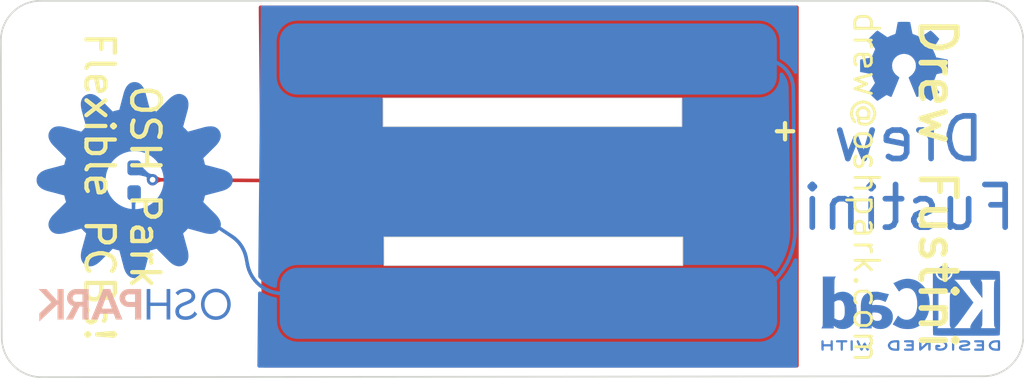
<source format=kicad_pcb>
(kicad_pcb (version 20171130) (host pcbnew 5.1.5-52549c5~84~ubuntu19.04.1)

  (general
    (thickness 1.6)
    (drawings 22)
    (tracks 83)
    (zones 0)
    (modules 7)
    (nets 3)
  )

  (page A4)
  (layers
    (0 F.Cu signal)
    (31 B.Cu signal)
    (32 B.Adhes user)
    (33 F.Adhes user)
    (34 B.Paste user)
    (35 F.Paste user)
    (36 B.SilkS user)
    (37 F.SilkS user)
    (38 B.Mask user)
    (39 F.Mask user)
    (40 Dwgs.User user)
    (41 Cmts.User user)
    (42 Eco1.User user)
    (43 Eco2.User user)
    (44 Edge.Cuts user)
    (45 Margin user)
    (46 B.CrtYd user)
    (47 F.CrtYd user)
    (48 B.Fab user)
    (49 F.Fab user)
  )

  (setup
    (last_trace_width 0.25)
    (trace_clearance 0.2)
    (zone_clearance 0)
    (zone_45_only no)
    (trace_min 0.2)
    (via_size 0.8)
    (via_drill 0.4)
    (via_min_size 0.4)
    (via_min_drill 0.3)
    (uvia_size 0.3)
    (uvia_drill 0.1)
    (uvias_allowed no)
    (uvia_min_size 0.2)
    (uvia_min_drill 0.1)
    (edge_width 0.05)
    (segment_width 0.2)
    (pcb_text_width 0.3)
    (pcb_text_size 1.5 1.5)
    (mod_edge_width 0.12)
    (mod_text_size 1 1)
    (mod_text_width 0.15)
    (pad_size 1.524 1.524)
    (pad_drill 0.762)
    (pad_to_mask_clearance 0.051)
    (solder_mask_min_width 0.25)
    (aux_axis_origin 0 0)
    (visible_elements FFFFFF7F)
    (pcbplotparams
      (layerselection 0x010fc_ffffffff)
      (usegerberextensions false)
      (usegerberattributes false)
      (usegerberadvancedattributes false)
      (creategerberjobfile false)
      (excludeedgelayer true)
      (linewidth 0.100000)
      (plotframeref false)
      (viasonmask false)
      (mode 1)
      (useauxorigin false)
      (hpglpennumber 1)
      (hpglpenspeed 20)
      (hpglpendiameter 15.000000)
      (psnegative false)
      (psa4output false)
      (plotreference true)
      (plotvalue true)
      (plotinvisibletext false)
      (padsonsilk false)
      (subtractmaskfromsilk false)
      (outputformat 1)
      (mirror false)
      (drillshape 1)
      (scaleselection 1)
      (outputdirectory ""))
  )

  (net 0 "")
  (net 1 GND)
  (net 2 +3V3)

  (net_class Default "This is the default net class."
    (clearance 0.2)
    (trace_width 0.25)
    (via_dia 0.8)
    (via_drill 0.4)
    (uvia_dia 0.3)
    (uvia_drill 0.1)
    (add_net +3V3)
    (add_net GND)
  )

  (module Symbol:KiCad-Logo2_5mm_Copper (layer B.Cu) (tedit 0) (tstamp 5E12745E)
    (at 182.08244 62.2554 180)
    (descr "KiCad Logo")
    (tags "Logo KiCad")
    (attr virtual)
    (fp_text reference REF** (at 0 5.08) (layer B.SilkS) hide
      (effects (font (size 1 1) (thickness 0.15)) (justify mirror))
    )
    (fp_text value KiCad-Logo2_5mm_Copper (at 0 -5.08) (layer B.Fab) hide
      (effects (font (size 1 1) (thickness 0.15)) (justify mirror))
    )
    (fp_poly (pts (xy 6.228823 -2.274533) (xy 6.260202 -2.296776) (xy 6.287911 -2.324485) (xy 6.287911 -2.63392)
      (xy 6.287838 -2.725799) (xy 6.287495 -2.79784) (xy 6.286692 -2.85278) (xy 6.285241 -2.89336)
      (xy 6.282952 -2.922317) (xy 6.279636 -2.942391) (xy 6.275105 -2.956321) (xy 6.269169 -2.966845)
      (xy 6.264514 -2.9731) (xy 6.233783 -2.997673) (xy 6.198496 -3.000341) (xy 6.166245 -2.985271)
      (xy 6.155588 -2.976374) (xy 6.148464 -2.964557) (xy 6.144167 -2.945526) (xy 6.141991 -2.914992)
      (xy 6.141228 -2.868662) (xy 6.141155 -2.832871) (xy 6.141155 -2.698045) (xy 5.644444 -2.698045)
      (xy 5.644444 -2.8207) (xy 5.643931 -2.876787) (xy 5.641876 -2.915333) (xy 5.637508 -2.941361)
      (xy 5.630056 -2.959897) (xy 5.621047 -2.9731) (xy 5.590144 -2.997604) (xy 5.555196 -3.000506)
      (xy 5.521738 -2.983089) (xy 5.512604 -2.973959) (xy 5.506152 -2.961855) (xy 5.501897 -2.943001)
      (xy 5.499352 -2.91362) (xy 5.498029 -2.869937) (xy 5.497443 -2.808175) (xy 5.497375 -2.794)
      (xy 5.496891 -2.677631) (xy 5.496641 -2.581727) (xy 5.496723 -2.504177) (xy 5.497231 -2.442869)
      (xy 5.498262 -2.39569) (xy 5.499913 -2.36053) (xy 5.502279 -2.335276) (xy 5.505457 -2.317817)
      (xy 5.509544 -2.306041) (xy 5.514634 -2.297835) (xy 5.520266 -2.291645) (xy 5.552128 -2.271844)
      (xy 5.585357 -2.274533) (xy 5.616735 -2.296776) (xy 5.629433 -2.311126) (xy 5.637526 -2.326978)
      (xy 5.642042 -2.349554) (xy 5.644006 -2.384078) (xy 5.644444 -2.435776) (xy 5.644444 -2.551289)
      (xy 6.141155 -2.551289) (xy 6.141155 -2.432756) (xy 6.141662 -2.378148) (xy 6.143698 -2.341275)
      (xy 6.148035 -2.317307) (xy 6.155447 -2.301415) (xy 6.163733 -2.291645) (xy 6.195594 -2.271844)
      (xy 6.228823 -2.274533)) (layer B.Cu) (width 0.01))
    (fp_poly (pts (xy 4.963065 -2.269163) (xy 5.041772 -2.269542) (xy 5.102863 -2.270333) (xy 5.148817 -2.27167)
      (xy 5.182114 -2.273683) (xy 5.205236 -2.276506) (xy 5.220662 -2.280269) (xy 5.230871 -2.285105)
      (xy 5.235813 -2.288822) (xy 5.261457 -2.321358) (xy 5.264559 -2.355138) (xy 5.248711 -2.385826)
      (xy 5.238348 -2.398089) (xy 5.227196 -2.40645) (xy 5.211035 -2.411657) (xy 5.185642 -2.414457)
      (xy 5.146798 -2.415596) (xy 5.09028 -2.415821) (xy 5.07918 -2.415822) (xy 4.933244 -2.415822)
      (xy 4.933244 -2.686756) (xy 4.933148 -2.772154) (xy 4.932711 -2.837864) (xy 4.931712 -2.886774)
      (xy 4.929928 -2.921773) (xy 4.927137 -2.945749) (xy 4.923117 -2.961593) (xy 4.917645 -2.972191)
      (xy 4.910666 -2.980267) (xy 4.877734 -3.000112) (xy 4.843354 -2.998548) (xy 4.812176 -2.975906)
      (xy 4.809886 -2.9731) (xy 4.802429 -2.962492) (xy 4.796747 -2.950081) (xy 4.792601 -2.93285)
      (xy 4.78975 -2.907784) (xy 4.787954 -2.871867) (xy 4.786972 -2.822083) (xy 4.786564 -2.755417)
      (xy 4.786489 -2.679589) (xy 4.786489 -2.415822) (xy 4.647127 -2.415822) (xy 4.587322 -2.415418)
      (xy 4.545918 -2.41384) (xy 4.518748 -2.410547) (xy 4.501646 -2.404992) (xy 4.490443 -2.396631)
      (xy 4.489083 -2.395178) (xy 4.472725 -2.361939) (xy 4.474172 -2.324362) (xy 4.492978 -2.291645)
      (xy 4.50025 -2.285298) (xy 4.509627 -2.280266) (xy 4.523609 -2.276396) (xy 4.544696 -2.273537)
      (xy 4.575389 -2.271535) (xy 4.618189 -2.270239) (xy 4.675595 -2.269498) (xy 4.75011 -2.269158)
      (xy 4.844233 -2.269068) (xy 4.86426 -2.269067) (xy 4.963065 -2.269163)) (layer B.Cu) (width 0.01))
    (fp_poly (pts (xy 4.188614 -2.275877) (xy 4.212327 -2.290647) (xy 4.238978 -2.312227) (xy 4.238978 -2.633773)
      (xy 4.238893 -2.72783) (xy 4.238529 -2.801932) (xy 4.237724 -2.858704) (xy 4.236313 -2.900768)
      (xy 4.234133 -2.930748) (xy 4.231021 -2.951267) (xy 4.226814 -2.964949) (xy 4.221348 -2.974416)
      (xy 4.217472 -2.979082) (xy 4.186034 -2.999575) (xy 4.150233 -2.998739) (xy 4.118873 -2.981264)
      (xy 4.092222 -2.959684) (xy 4.092222 -2.312227) (xy 4.118873 -2.290647) (xy 4.144594 -2.274949)
      (xy 4.1656 -2.269067) (xy 4.188614 -2.275877)) (layer B.Cu) (width 0.01))
    (fp_poly (pts (xy 3.744665 -2.271034) (xy 3.764255 -2.278035) (xy 3.76501 -2.278377) (xy 3.791613 -2.298678)
      (xy 3.80627 -2.319561) (xy 3.809138 -2.329352) (xy 3.808996 -2.342361) (xy 3.804961 -2.360895)
      (xy 3.796146 -2.387257) (xy 3.781669 -2.423752) (xy 3.760645 -2.472687) (xy 3.732188 -2.536365)
      (xy 3.695415 -2.617093) (xy 3.675175 -2.661216) (xy 3.638625 -2.739985) (xy 3.604315 -2.812423)
      (xy 3.573552 -2.87588) (xy 3.547648 -2.927708) (xy 3.52791 -2.965259) (xy 3.51565 -2.985884)
      (xy 3.513224 -2.988733) (xy 3.482183 -3.001302) (xy 3.447121 -2.999619) (xy 3.419 -2.984332)
      (xy 3.417854 -2.983089) (xy 3.406668 -2.966154) (xy 3.387904 -2.93317) (xy 3.363875 -2.88838)
      (xy 3.336897 -2.836032) (xy 3.327201 -2.816742) (xy 3.254014 -2.67015) (xy 3.17424 -2.829393)
      (xy 3.145767 -2.884415) (xy 3.11935 -2.932132) (xy 3.097148 -2.968893) (xy 3.081319 -2.991044)
      (xy 3.075954 -2.995741) (xy 3.034257 -3.002102) (xy 2.999849 -2.988733) (xy 2.989728 -2.974446)
      (xy 2.972214 -2.942692) (xy 2.948735 -2.896597) (xy 2.92072 -2.839285) (xy 2.889599 -2.77388)
      (xy 2.856799 -2.703507) (xy 2.82375 -2.631291) (xy 2.791881 -2.560355) (xy 2.762619 -2.493825)
      (xy 2.737395 -2.434826) (xy 2.717636 -2.386481) (xy 2.704772 -2.351915) (xy 2.700231 -2.334253)
      (xy 2.700277 -2.333613) (xy 2.711326 -2.311388) (xy 2.73341 -2.288753) (xy 2.73471 -2.287768)
      (xy 2.761853 -2.272425) (xy 2.786958 -2.272574) (xy 2.796368 -2.275466) (xy 2.807834 -2.281718)
      (xy 2.82001 -2.294014) (xy 2.834357 -2.314908) (xy 2.852336 -2.346949) (xy 2.875407 -2.392688)
      (xy 2.90503 -2.454677) (xy 2.931745 -2.511898) (xy 2.96248 -2.578226) (xy 2.990021 -2.637874)
      (xy 3.012938 -2.687725) (xy 3.029798 -2.724664) (xy 3.039173 -2.745573) (xy 3.04054 -2.748845)
      (xy 3.046689 -2.743497) (xy 3.060822 -2.721109) (xy 3.081057 -2.684946) (xy 3.105515 -2.638277)
      (xy 3.115248 -2.619022) (xy 3.148217 -2.554004) (xy 3.173643 -2.506654) (xy 3.193612 -2.474219)
      (xy 3.21021 -2.453946) (xy 3.225524 -2.443082) (xy 3.24164 -2.438875) (xy 3.252143 -2.4384)
      (xy 3.27067 -2.440042) (xy 3.286904 -2.446831) (xy 3.303035 -2.461566) (xy 3.321251 -2.487044)
      (xy 3.343739 -2.526061) (xy 3.372689 -2.581414) (xy 3.388662 -2.612903) (xy 3.41457 -2.663087)
      (xy 3.437167 -2.704704) (xy 3.454458 -2.734242) (xy 3.46445 -2.748189) (xy 3.465809 -2.74877)
      (xy 3.472261 -2.737793) (xy 3.486708 -2.70929) (xy 3.507703 -2.666244) (xy 3.533797 -2.611638)
      (xy 3.563546 -2.548454) (xy 3.57818 -2.517071) (xy 3.61625 -2.436078) (xy 3.646905 -2.373756)
      (xy 3.671737 -2.328071) (xy 3.692337 -2.296989) (xy 3.710298 -2.278478) (xy 3.72721 -2.270504)
      (xy 3.744665 -2.271034)) (layer B.Cu) (width 0.01))
    (fp_poly (pts (xy 1.018309 -2.269275) (xy 1.147288 -2.273636) (xy 1.256991 -2.286861) (xy 1.349226 -2.309741)
      (xy 1.425802 -2.34307) (xy 1.488527 -2.387638) (xy 1.539212 -2.444236) (xy 1.579663 -2.513658)
      (xy 1.580459 -2.515351) (xy 1.604601 -2.577483) (xy 1.613203 -2.632509) (xy 1.606231 -2.687887)
      (xy 1.583654 -2.751073) (xy 1.579372 -2.760689) (xy 1.550172 -2.816966) (xy 1.517356 -2.860451)
      (xy 1.475002 -2.897417) (xy 1.41719 -2.934135) (xy 1.413831 -2.936052) (xy 1.363504 -2.960227)
      (xy 1.306621 -2.978282) (xy 1.239527 -2.990839) (xy 1.158565 -2.998522) (xy 1.060082 -3.001953)
      (xy 1.025286 -3.002251) (xy 0.859594 -3.002845) (xy 0.836197 -2.9731) (xy 0.829257 -2.963319)
      (xy 0.823842 -2.951897) (xy 0.819765 -2.936095) (xy 0.816837 -2.913175) (xy 0.814867 -2.880396)
      (xy 0.814225 -2.856089) (xy 0.970844 -2.856089) (xy 1.064726 -2.856089) (xy 1.119664 -2.854483)
      (xy 1.17606 -2.850255) (xy 1.222345 -2.844292) (xy 1.225139 -2.84379) (xy 1.307348 -2.821736)
      (xy 1.371114 -2.7886) (xy 1.418452 -2.742847) (xy 1.451382 -2.682939) (xy 1.457108 -2.667061)
      (xy 1.462721 -2.642333) (xy 1.460291 -2.617902) (xy 1.448467 -2.5854) (xy 1.44134 -2.569434)
      (xy 1.418 -2.527006) (xy 1.38988 -2.49724) (xy 1.35894 -2.476511) (xy 1.296966 -2.449537)
      (xy 1.217651 -2.429998) (xy 1.125253 -2.418746) (xy 1.058333 -2.41627) (xy 0.970844 -2.415822)
      (xy 0.970844 -2.856089) (xy 0.814225 -2.856089) (xy 0.813668 -2.835021) (xy 0.81305 -2.774311)
      (xy 0.812825 -2.695526) (xy 0.8128 -2.63392) (xy 0.8128 -2.324485) (xy 0.840509 -2.296776)
      (xy 0.852806 -2.285544) (xy 0.866103 -2.277853) (xy 0.884672 -2.27304) (xy 0.912786 -2.270446)
      (xy 0.954717 -2.26941) (xy 1.014737 -2.26927) (xy 1.018309 -2.269275)) (layer B.Cu) (width 0.01))
    (fp_poly (pts (xy 0.230343 -2.26926) (xy 0.306701 -2.270174) (xy 0.365217 -2.272311) (xy 0.408255 -2.276175)
      (xy 0.438183 -2.282267) (xy 0.457368 -2.29109) (xy 0.468176 -2.303146) (xy 0.472973 -2.318939)
      (xy 0.474127 -2.33897) (xy 0.474133 -2.341335) (xy 0.473131 -2.363992) (xy 0.468396 -2.381503)
      (xy 0.457333 -2.394574) (xy 0.437348 -2.403913) (xy 0.405846 -2.410227) (xy 0.360232 -2.414222)
      (xy 0.297913 -2.416606) (xy 0.216293 -2.418086) (xy 0.191277 -2.418414) (xy -0.0508 -2.421467)
      (xy -0.054186 -2.486378) (xy -0.057571 -2.551289) (xy 0.110576 -2.551289) (xy 0.176266 -2.551531)
      (xy 0.223172 -2.552556) (xy 0.255083 -2.554811) (xy 0.275791 -2.558742) (xy 0.289084 -2.564798)
      (xy 0.298755 -2.573424) (xy 0.298817 -2.573493) (xy 0.316356 -2.607112) (xy 0.315722 -2.643448)
      (xy 0.297314 -2.674423) (xy 0.293671 -2.677607) (xy 0.280741 -2.685812) (xy 0.263024 -2.691521)
      (xy 0.23657 -2.695162) (xy 0.197432 -2.697167) (xy 0.141662 -2.697964) (xy 0.105994 -2.698045)
      (xy -0.056445 -2.698045) (xy -0.056445 -2.856089) (xy 0.190161 -2.856089) (xy 0.27158 -2.856231)
      (xy 0.33341 -2.856814) (xy 0.378637 -2.858068) (xy 0.410248 -2.860227) (xy 0.431231 -2.863523)
      (xy 0.444573 -2.868189) (xy 0.453261 -2.874457) (xy 0.45545 -2.876733) (xy 0.471614 -2.90828)
      (xy 0.472797 -2.944168) (xy 0.459536 -2.975285) (xy 0.449043 -2.985271) (xy 0.438129 -2.990769)
      (xy 0.421217 -2.995022) (xy 0.395633 -2.99818) (xy 0.358701 -3.000392) (xy 0.307746 -3.001806)
      (xy 0.240094 -3.002572) (xy 0.153069 -3.002838) (xy 0.133394 -3.002845) (xy 0.044911 -3.002787)
      (xy -0.023773 -3.002467) (xy -0.075436 -3.001667) (xy -0.112855 -3.000167) (xy -0.13881 -2.997749)
      (xy -0.156078 -2.994194) (xy -0.167438 -2.989282) (xy -0.175668 -2.982795) (xy -0.180183 -2.978138)
      (xy -0.186979 -2.969889) (xy -0.192288 -2.959669) (xy -0.196294 -2.9448) (xy -0.199179 -2.922602)
      (xy -0.201126 -2.890393) (xy -0.202319 -2.845496) (xy -0.202939 -2.785228) (xy -0.203171 -2.706911)
      (xy -0.2032 -2.640994) (xy -0.203129 -2.548628) (xy -0.202792 -2.476117) (xy -0.202002 -2.420737)
      (xy -0.200574 -2.379765) (xy -0.198321 -2.350478) (xy -0.195057 -2.330153) (xy -0.190596 -2.316066)
      (xy -0.184752 -2.305495) (xy -0.179803 -2.298811) (xy -0.156406 -2.269067) (xy 0.133774 -2.269067)
      (xy 0.230343 -2.26926)) (layer B.Cu) (width 0.01))
    (fp_poly (pts (xy -1.300114 -2.273448) (xy -1.276548 -2.287273) (xy -1.245735 -2.309881) (xy -1.206078 -2.342338)
      (xy -1.15598 -2.385708) (xy -1.093843 -2.441058) (xy -1.018072 -2.509451) (xy -0.931334 -2.588084)
      (xy -0.750711 -2.751878) (xy -0.745067 -2.532029) (xy -0.743029 -2.456351) (xy -0.741063 -2.399994)
      (xy -0.738734 -2.359706) (xy -0.735606 -2.332235) (xy -0.731245 -2.314329) (xy -0.725216 -2.302737)
      (xy -0.717084 -2.294208) (xy -0.712772 -2.290623) (xy -0.678241 -2.27167) (xy -0.645383 -2.274441)
      (xy -0.619318 -2.290633) (xy -0.592667 -2.312199) (xy -0.589352 -2.627151) (xy -0.588435 -2.719779)
      (xy -0.587968 -2.792544) (xy -0.588113 -2.848161) (xy -0.589032 -2.889342) (xy -0.590887 -2.918803)
      (xy -0.593839 -2.939255) (xy -0.59805 -2.953413) (xy -0.603682 -2.963991) (xy -0.609927 -2.972474)
      (xy -0.623439 -2.988207) (xy -0.636883 -2.998636) (xy -0.652124 -3.002639) (xy -0.671026 -2.999094)
      (xy -0.695455 -2.986879) (xy -0.727273 -2.964871) (xy -0.768348 -2.931949) (xy -0.820542 -2.886991)
      (xy -0.885722 -2.828875) (xy -0.959556 -2.762099) (xy -1.224845 -2.521458) (xy -1.230489 -2.740589)
      (xy -1.232531 -2.816128) (xy -1.234502 -2.872354) (xy -1.236839 -2.912524) (xy -1.239981 -2.939896)
      (xy -1.244364 -2.957728) (xy -1.250424 -2.969279) (xy -1.2586 -2.977807) (xy -1.262784 -2.981282)
      (xy -1.299765 -3.000372) (xy -1.334708 -2.997493) (xy -1.365136 -2.9731) (xy -1.372097 -2.963286)
      (xy -1.377523 -2.951826) (xy -1.381603 -2.935968) (xy -1.384529 -2.912963) (xy -1.386492 -2.880062)
      (xy -1.387683 -2.834516) (xy -1.388292 -2.773573) (xy -1.388511 -2.694486) (xy -1.388534 -2.635956)
      (xy -1.38846 -2.544407) (xy -1.388113 -2.472687) (xy -1.387301 -2.418045) (xy -1.385833 -2.377732)
      (xy -1.383519 -2.348998) (xy -1.380167 -2.329093) (xy -1.375588 -2.315268) (xy -1.369589 -2.304772)
      (xy -1.365136 -2.298811) (xy -1.35385 -2.284691) (xy -1.343301 -2.274029) (xy -1.331893 -2.267892)
      (xy -1.31803 -2.267343) (xy -1.300114 -2.273448)) (layer B.Cu) (width 0.01))
    (fp_poly (pts (xy -1.950081 -2.274599) (xy -1.881565 -2.286095) (xy -1.828943 -2.303967) (xy -1.794708 -2.327499)
      (xy -1.785379 -2.340924) (xy -1.775893 -2.372148) (xy -1.782277 -2.400395) (xy -1.80243 -2.427182)
      (xy -1.833745 -2.439713) (xy -1.879183 -2.438696) (xy -1.914326 -2.431906) (xy -1.992419 -2.418971)
      (xy -2.072226 -2.417742) (xy -2.161555 -2.428241) (xy -2.186229 -2.43269) (xy -2.269291 -2.456108)
      (xy -2.334273 -2.490945) (xy -2.380461 -2.536604) (xy -2.407145 -2.592494) (xy -2.412663 -2.621388)
      (xy -2.409051 -2.680012) (xy -2.385729 -2.731879) (xy -2.344824 -2.775978) (xy -2.288459 -2.811299)
      (xy -2.21876 -2.836829) (xy -2.137852 -2.851559) (xy -2.04786 -2.854478) (xy -1.95091 -2.844575)
      (xy -1.945436 -2.843641) (xy -1.906875 -2.836459) (xy -1.885494 -2.829521) (xy -1.876227 -2.819227)
      (xy -1.874006 -2.801976) (xy -1.873956 -2.792841) (xy -1.873956 -2.754489) (xy -1.942431 -2.754489)
      (xy -2.0029 -2.750347) (xy -2.044165 -2.737147) (xy -2.068175 -2.71373) (xy -2.076877 -2.678936)
      (xy -2.076983 -2.674394) (xy -2.071892 -2.644654) (xy -2.054433 -2.623419) (xy -2.021939 -2.609366)
      (xy -1.971743 -2.601173) (xy -1.923123 -2.598161) (xy -1.852456 -2.596433) (xy -1.801198 -2.59907)
      (xy -1.766239 -2.6088) (xy -1.74447 -2.628353) (xy -1.73278 -2.660456) (xy -1.72806 -2.707838)
      (xy -1.7272 -2.770071) (xy -1.728609 -2.839535) (xy -1.732848 -2.886786) (xy -1.739936 -2.912012)
      (xy -1.741311 -2.913988) (xy -1.780228 -2.945508) (xy -1.837286 -2.97047) (xy -1.908869 -2.98834)
      (xy -1.991358 -2.998586) (xy -2.081139 -3.000673) (xy -2.174592 -2.994068) (xy -2.229556 -2.985956)
      (xy -2.315766 -2.961554) (xy -2.395892 -2.921662) (xy -2.462977 -2.869887) (xy -2.473173 -2.859539)
      (xy -2.506302 -2.816035) (xy -2.536194 -2.762118) (xy -2.559357 -2.705592) (xy -2.572298 -2.654259)
      (xy -2.573858 -2.634544) (xy -2.567218 -2.593419) (xy -2.549568 -2.542252) (xy -2.524297 -2.488394)
      (xy -2.494789 -2.439195) (xy -2.468719 -2.406334) (xy -2.407765 -2.357452) (xy -2.328969 -2.318545)
      (xy -2.235157 -2.290494) (xy -2.12915 -2.274179) (xy -2.032 -2.270192) (xy -1.950081 -2.274599)) (layer B.Cu) (width 0.01))
    (fp_poly (pts (xy -2.923822 -2.291645) (xy -2.917242 -2.299218) (xy -2.912079 -2.308987) (xy -2.908164 -2.323571)
      (xy -2.905324 -2.345585) (xy -2.903387 -2.377648) (xy -2.902183 -2.422375) (xy -2.901539 -2.482385)
      (xy -2.901284 -2.560294) (xy -2.901245 -2.635956) (xy -2.901314 -2.729802) (xy -2.901638 -2.803689)
      (xy -2.902386 -2.860232) (xy -2.903732 -2.902049) (xy -2.905846 -2.931757) (xy -2.9089 -2.951973)
      (xy -2.913066 -2.965314) (xy -2.918516 -2.974398) (xy -2.923822 -2.980267) (xy -2.956826 -2.999947)
      (xy -2.991991 -2.998181) (xy -3.023455 -2.976717) (xy -3.030684 -2.968337) (xy -3.036334 -2.958614)
      (xy -3.040599 -2.944861) (xy -3.043673 -2.924389) (xy -3.045752 -2.894512) (xy -3.04703 -2.852541)
      (xy -3.047701 -2.795789) (xy -3.047959 -2.721567) (xy -3.048 -2.637537) (xy -3.048 -2.324485)
      (xy -3.020291 -2.296776) (xy -2.986137 -2.273463) (xy -2.953006 -2.272623) (xy -2.923822 -2.291645)) (layer B.Cu) (width 0.01))
    (fp_poly (pts (xy -3.691703 -2.270351) (xy -3.616888 -2.275581) (xy -3.547306 -2.28375) (xy -3.487002 -2.29455)
      (xy -3.44002 -2.307673) (xy -3.410406 -2.322813) (xy -3.40586 -2.327269) (xy -3.390054 -2.36185)
      (xy -3.394847 -2.397351) (xy -3.419364 -2.427725) (xy -3.420534 -2.428596) (xy -3.434954 -2.437954)
      (xy -3.450008 -2.442876) (xy -3.471005 -2.443473) (xy -3.503257 -2.439861) (xy -3.552073 -2.432154)
      (xy -3.556 -2.431505) (xy -3.628739 -2.422569) (xy -3.707217 -2.418161) (xy -3.785927 -2.418119)
      (xy -3.859361 -2.422279) (xy -3.922011 -2.430479) (xy -3.96837 -2.442557) (xy -3.971416 -2.443771)
      (xy -4.005048 -2.462615) (xy -4.016864 -2.481685) (xy -4.007614 -2.500439) (xy -3.978047 -2.518337)
      (xy -3.928911 -2.534837) (xy -3.860957 -2.549396) (xy -3.815645 -2.556406) (xy -3.721456 -2.569889)
      (xy -3.646544 -2.582214) (xy -3.587717 -2.594449) (xy -3.541785 -2.607661) (xy -3.505555 -2.622917)
      (xy -3.475838 -2.641285) (xy -3.449442 -2.663831) (xy -3.42823 -2.685971) (xy -3.403065 -2.716819)
      (xy -3.390681 -2.743345) (xy -3.386808 -2.776026) (xy -3.386667 -2.787995) (xy -3.389576 -2.827712)
      (xy -3.401202 -2.857259) (xy -3.421323 -2.883486) (xy -3.462216 -2.923576) (xy -3.507817 -2.954149)
      (xy -3.561513 -2.976203) (xy -3.626692 -2.990735) (xy -3.706744 -2.998741) (xy -3.805057 -3.001218)
      (xy -3.821289 -3.001177) (xy -3.886849 -2.999818) (xy -3.951866 -2.99673) (xy -4.009252 -2.992356)
      (xy -4.051922 -2.98714) (xy -4.055372 -2.986541) (xy -4.097796 -2.976491) (xy -4.13378 -2.963796)
      (xy -4.15415 -2.95219) (xy -4.173107 -2.921572) (xy -4.174427 -2.885918) (xy -4.158085 -2.854144)
      (xy -4.154429 -2.850551) (xy -4.139315 -2.839876) (xy -4.120415 -2.835276) (xy -4.091162 -2.836059)
      (xy -4.055651 -2.840127) (xy -4.01597 -2.843762) (xy -3.960345 -2.846828) (xy -3.895406 -2.849053)
      (xy -3.827785 -2.850164) (xy -3.81 -2.850237) (xy -3.742128 -2.849964) (xy -3.692454 -2.848646)
      (xy -3.65661 -2.845827) (xy -3.630224 -2.84105) (xy -3.608926 -2.833857) (xy -3.596126 -2.827867)
      (xy -3.568 -2.811233) (xy -3.550068 -2.796168) (xy -3.547447 -2.791897) (xy -3.552976 -2.774263)
      (xy -3.57926 -2.757192) (xy -3.624478 -2.741458) (xy -3.686808 -2.727838) (xy -3.705171 -2.724804)
      (xy -3.80109 -2.709738) (xy -3.877641 -2.697146) (xy -3.93778 -2.686111) (xy -3.98446 -2.67572)
      (xy -4.020637 -2.665056) (xy -4.049265 -2.653205) (xy -4.073298 -2.639251) (xy -4.095692 -2.622281)
      (xy -4.119402 -2.601378) (xy -4.12738 -2.594049) (xy -4.155353 -2.566699) (xy -4.17016 -2.545029)
      (xy -4.175952 -2.520232) (xy -4.176889 -2.488983) (xy -4.166575 -2.427705) (xy -4.135752 -2.37564)
      (xy -4.084595 -2.332958) (xy -4.013283 -2.299825) (xy -3.9624 -2.284964) (xy -3.9071 -2.275366)
      (xy -3.840853 -2.269936) (xy -3.767706 -2.268367) (xy -3.691703 -2.270351)) (layer B.Cu) (width 0.01))
    (fp_poly (pts (xy -4.712794 -2.269146) (xy -4.643386 -2.269518) (xy -4.590997 -2.270385) (xy -4.552847 -2.271946)
      (xy -4.526159 -2.274403) (xy -4.508153 -2.277957) (xy -4.496049 -2.28281) (xy -4.487069 -2.289161)
      (xy -4.483818 -2.292084) (xy -4.464043 -2.323142) (xy -4.460482 -2.358828) (xy -4.473491 -2.39051)
      (xy -4.479506 -2.396913) (xy -4.489235 -2.403121) (xy -4.504901 -2.40791) (xy -4.529408 -2.411514)
      (xy -4.565661 -2.414164) (xy -4.616565 -2.416095) (xy -4.685026 -2.417539) (xy -4.747617 -2.418418)
      (xy -4.995334 -2.421467) (xy -4.998719 -2.486378) (xy -5.002105 -2.551289) (xy -4.833958 -2.551289)
      (xy -4.760959 -2.551919) (xy -4.707517 -2.554553) (xy -4.670628 -2.560309) (xy -4.647288 -2.570304)
      (xy -4.634494 -2.585656) (xy -4.629242 -2.607482) (xy -4.628445 -2.627738) (xy -4.630923 -2.652592)
      (xy -4.640277 -2.670906) (xy -4.659383 -2.683637) (xy -4.691118 -2.691741) (xy -4.738359 -2.696176)
      (xy -4.803983 -2.697899) (xy -4.839801 -2.698045) (xy -5.000978 -2.698045) (xy -5.000978 -2.856089)
      (xy -4.752622 -2.856089) (xy -4.671213 -2.856202) (xy -4.609342 -2.856712) (xy -4.563968 -2.85787)
      (xy -4.532054 -2.85993) (xy -4.510559 -2.863146) (xy -4.496443 -2.867772) (xy -4.486668 -2.874059)
      (xy -4.481689 -2.878667) (xy -4.46461 -2.90556) (xy -4.459111 -2.929467) (xy -4.466963 -2.958667)
      (xy -4.481689 -2.980267) (xy -4.489546 -2.987066) (xy -4.499688 -2.992346) (xy -4.514844 -2.996298)
      (xy -4.537741 -2.999113) (xy -4.571109 -3.000982) (xy -4.617675 -3.002098) (xy -4.680167 -3.002651)
      (xy -4.761314 -3.002833) (xy -4.803422 -3.002845) (xy -4.893598 -3.002765) (xy -4.963924 -3.002398)
      (xy -5.017129 -3.001552) (xy -5.05594 -3.000036) (xy -5.083087 -2.997659) (xy -5.101298 -2.994229)
      (xy -5.1133 -2.989554) (xy -5.121822 -2.983444) (xy -5.125156 -2.980267) (xy -5.131755 -2.97267)
      (xy -5.136927 -2.96287) (xy -5.140846 -2.948239) (xy -5.143684 -2.926152) (xy -5.145615 -2.893982)
      (xy -5.146812 -2.849103) (xy -5.147448 -2.788889) (xy -5.147697 -2.710713) (xy -5.147734 -2.637923)
      (xy -5.1477 -2.544707) (xy -5.147465 -2.471431) (xy -5.14683 -2.415458) (xy -5.145594 -2.374151)
      (xy -5.143556 -2.344872) (xy -5.140517 -2.324984) (xy -5.136277 -2.31185) (xy -5.130635 -2.302832)
      (xy -5.123391 -2.295293) (xy -5.121606 -2.293612) (xy -5.112945 -2.286172) (xy -5.102882 -2.280409)
      (xy -5.088625 -2.276112) (xy -5.067383 -2.273064) (xy -5.036364 -2.271051) (xy -4.992777 -2.26986)
      (xy -4.933831 -2.269275) (xy -4.856734 -2.269083) (xy -4.802001 -2.269067) (xy -4.712794 -2.269146)) (layer B.Cu) (width 0.01))
    (fp_poly (pts (xy -6.121371 -2.269066) (xy -6.081889 -2.269467) (xy -5.9662 -2.272259) (xy -5.869311 -2.28055)
      (xy -5.787919 -2.295232) (xy -5.718723 -2.317193) (xy -5.65842 -2.347322) (xy -5.603708 -2.38651)
      (xy -5.584167 -2.403532) (xy -5.55175 -2.443363) (xy -5.52252 -2.497413) (xy -5.499991 -2.557323)
      (xy -5.487679 -2.614739) (xy -5.4864 -2.635956) (xy -5.494417 -2.694769) (xy -5.515899 -2.759013)
      (xy -5.546999 -2.819821) (xy -5.583866 -2.86833) (xy -5.589854 -2.874182) (xy -5.640579 -2.915321)
      (xy -5.696125 -2.947435) (xy -5.759696 -2.971365) (xy -5.834494 -2.987953) (xy -5.923722 -2.998041)
      (xy -6.030582 -3.002469) (xy -6.079528 -3.002845) (xy -6.141762 -3.002545) (xy -6.185528 -3.001292)
      (xy -6.214931 -2.998554) (xy -6.234079 -2.993801) (xy -6.247077 -2.986501) (xy -6.254045 -2.980267)
      (xy -6.260626 -2.972694) (xy -6.265788 -2.962924) (xy -6.269703 -2.94834) (xy -6.272543 -2.926326)
      (xy -6.27448 -2.894264) (xy -6.275684 -2.849536) (xy -6.276328 -2.789526) (xy -6.276583 -2.711617)
      (xy -6.276622 -2.635956) (xy -6.27687 -2.535041) (xy -6.276817 -2.454427) (xy -6.275857 -2.415822)
      (xy -6.129867 -2.415822) (xy -6.129867 -2.856089) (xy -6.036734 -2.856004) (xy -5.980693 -2.854396)
      (xy -5.921999 -2.850256) (xy -5.873028 -2.844464) (xy -5.871538 -2.844226) (xy -5.792392 -2.82509)
      (xy -5.731002 -2.795287) (xy -5.684305 -2.752878) (xy -5.654635 -2.706961) (xy -5.636353 -2.656026)
      (xy -5.637771 -2.6082) (xy -5.658988 -2.556933) (xy -5.700489 -2.503899) (xy -5.757998 -2.4646)
      (xy -5.83275 -2.438331) (xy -5.882708 -2.429035) (xy -5.939416 -2.422507) (xy -5.999519 -2.417782)
      (xy -6.050639 -2.415817) (xy -6.053667 -2.415808) (xy -6.129867 -2.415822) (xy -6.275857 -2.415822)
      (xy -6.27526 -2.391851) (xy -6.270998 -2.345055) (xy -6.26283 -2.311778) (xy -6.249556 -2.289759)
      (xy -6.229974 -2.276739) (xy -6.202883 -2.270457) (xy -6.167082 -2.268653) (xy -6.121371 -2.269066)) (layer B.Cu) (width 0.01))
    (fp_poly (pts (xy -2.273043 2.973429) (xy -2.176768 2.949191) (xy -2.090184 2.906359) (xy -2.015373 2.846581)
      (xy -1.954418 2.771506) (xy -1.909399 2.68278) (xy -1.883136 2.58647) (xy -1.877286 2.489205)
      (xy -1.89214 2.395346) (xy -1.92584 2.307489) (xy -1.976528 2.22823) (xy -2.042345 2.160164)
      (xy -2.121434 2.105888) (xy -2.211934 2.067998) (xy -2.2632 2.055574) (xy -2.307698 2.048053)
      (xy -2.341999 2.045081) (xy -2.37496 2.046906) (xy -2.415434 2.053775) (xy -2.448531 2.06075)
      (xy -2.541947 2.092259) (xy -2.625619 2.143383) (xy -2.697665 2.212571) (xy -2.7562 2.298272)
      (xy -2.770148 2.325511) (xy -2.786586 2.361878) (xy -2.796894 2.392418) (xy -2.80246 2.42455)
      (xy -2.804669 2.465693) (xy -2.804948 2.511778) (xy -2.800861 2.596135) (xy -2.787446 2.665414)
      (xy -2.762256 2.726039) (xy -2.722846 2.784433) (xy -2.684298 2.828698) (xy -2.612406 2.894516)
      (xy -2.537313 2.939947) (xy -2.454562 2.96715) (xy -2.376928 2.977424) (xy -2.273043 2.973429)) (layer B.Cu) (width 0.01))
    (fp_poly (pts (xy 6.186507 0.527755) (xy 6.186526 0.293338) (xy 6.186552 0.080397) (xy 6.186625 -0.112168)
      (xy 6.186782 -0.285459) (xy 6.187064 -0.440576) (xy 6.187509 -0.57862) (xy 6.188156 -0.700692)
      (xy 6.189045 -0.807894) (xy 6.190213 -0.901326) (xy 6.191701 -0.98209) (xy 6.193546 -1.051286)
      (xy 6.195789 -1.110015) (xy 6.198469 -1.159379) (xy 6.201623 -1.200478) (xy 6.205292 -1.234413)
      (xy 6.209513 -1.262286) (xy 6.214327 -1.285198) (xy 6.219773 -1.304249) (xy 6.225888 -1.32054)
      (xy 6.232712 -1.335173) (xy 6.240285 -1.349249) (xy 6.248645 -1.363868) (xy 6.253839 -1.372974)
      (xy 6.288104 -1.433689) (xy 5.429955 -1.433689) (xy 5.429955 -1.337733) (xy 5.429224 -1.29437)
      (xy 5.427272 -1.261205) (xy 5.424463 -1.243424) (xy 5.423221 -1.241778) (xy 5.411799 -1.248662)
      (xy 5.389084 -1.266505) (xy 5.366385 -1.285879) (xy 5.3118 -1.326614) (xy 5.242321 -1.367617)
      (xy 5.16527 -1.405123) (xy 5.087965 -1.435364) (xy 5.057113 -1.445012) (xy 4.988616 -1.459578)
      (xy 4.905764 -1.469539) (xy 4.816371 -1.474583) (xy 4.728248 -1.474396) (xy 4.649207 -1.468666)
      (xy 4.611511 -1.462858) (xy 4.473414 -1.424797) (xy 4.346113 -1.367073) (xy 4.230292 -1.290211)
      (xy 4.126637 -1.194739) (xy 4.035833 -1.081179) (xy 3.969031 -0.970381) (xy 3.914164 -0.853625)
      (xy 3.872163 -0.734276) (xy 3.842167 -0.608283) (xy 3.823311 -0.471594) (xy 3.814732 -0.320158)
      (xy 3.814006 -0.242711) (xy 3.8161 -0.185934) (xy 4.645217 -0.185934) (xy 4.645424 -0.279002)
      (xy 4.648337 -0.366692) (xy 4.654 -0.443772) (xy 4.662455 -0.505009) (xy 4.665038 -0.51735)
      (xy 4.69684 -0.624633) (xy 4.738498 -0.711658) (xy 4.790363 -0.778642) (xy 4.852781 -0.825805)
      (xy 4.9261 -0.853365) (xy 5.010669 -0.861541) (xy 5.106835 -0.850551) (xy 5.170311 -0.834829)
      (xy 5.219454 -0.816639) (xy 5.273583 -0.790791) (xy 5.314244 -0.767089) (xy 5.3848 -0.720721)
      (xy 5.3848 0.42947) (xy 5.317392 0.473038) (xy 5.238867 0.51396) (xy 5.154681 0.540611)
      (xy 5.069557 0.552535) (xy 4.988216 0.549278) (xy 4.91538 0.530385) (xy 4.883426 0.514816)
      (xy 4.825501 0.471819) (xy 4.776544 0.415047) (xy 4.73539 0.342425) (xy 4.700874 0.251879)
      (xy 4.671833 0.141334) (xy 4.670552 0.135467) (xy 4.660381 0.073212) (xy 4.652739 -0.004594)
      (xy 4.64767 -0.09272) (xy 4.645217 -0.185934) (xy 3.8161 -0.185934) (xy 3.821857 -0.029895)
      (xy 3.843802 0.165941) (xy 3.879786 0.344668) (xy 3.929759 0.506155) (xy 3.993668 0.650274)
      (xy 4.071462 0.776894) (xy 4.163089 0.885885) (xy 4.268497 0.977117) (xy 4.313662 1.008068)
      (xy 4.414611 1.064215) (xy 4.517901 1.103826) (xy 4.627989 1.127986) (xy 4.74933 1.137781)
      (xy 4.841836 1.136735) (xy 4.97149 1.125769) (xy 5.084084 1.103954) (xy 5.182875 1.070286)
      (xy 5.271121 1.023764) (xy 5.319986 0.989552) (xy 5.349353 0.967638) (xy 5.371043 0.952667)
      (xy 5.379253 0.948267) (xy 5.380868 0.959096) (xy 5.382159 0.989749) (xy 5.383138 1.037474)
      (xy 5.383817 1.099521) (xy 5.38421 1.173138) (xy 5.38433 1.255573) (xy 5.384188 1.344075)
      (xy 5.383797 1.435893) (xy 5.383171 1.528276) (xy 5.38232 1.618472) (xy 5.38126 1.703729)
      (xy 5.380001 1.781297) (xy 5.378556 1.848424) (xy 5.376938 1.902359) (xy 5.375161 1.94035)
      (xy 5.374669 1.947333) (xy 5.367092 2.017749) (xy 5.355531 2.072898) (xy 5.337792 2.120019)
      (xy 5.311682 2.166353) (xy 5.305415 2.175933) (xy 5.280983 2.212622) (xy 6.186311 2.212622)
      (xy 6.186507 0.527755)) (layer B.Cu) (width 0.01))
    (fp_poly (pts (xy 2.673574 1.133448) (xy 2.825492 1.113433) (xy 2.960756 1.079798) (xy 3.080239 1.032275)
      (xy 3.184815 0.970595) (xy 3.262424 0.907035) (xy 3.331265 0.832901) (xy 3.385006 0.753129)
      (xy 3.42791 0.660909) (xy 3.443384 0.617839) (xy 3.456244 0.578858) (xy 3.467446 0.542711)
      (xy 3.47712 0.507566) (xy 3.485396 0.47159) (xy 3.492403 0.43295) (xy 3.498272 0.389815)
      (xy 3.503131 0.340351) (xy 3.50711 0.282727) (xy 3.51034 0.215109) (xy 3.512949 0.135666)
      (xy 3.515067 0.042564) (xy 3.516824 -0.066027) (xy 3.518349 -0.191942) (xy 3.519772 -0.337012)
      (xy 3.521025 -0.479778) (xy 3.522351 -0.635968) (xy 3.523556 -0.771239) (xy 3.524766 -0.887246)
      (xy 3.526106 -0.985645) (xy 3.5277 -1.068093) (xy 3.529675 -1.136246) (xy 3.532156 -1.19176)
      (xy 3.535269 -1.236292) (xy 3.539138 -1.271498) (xy 3.543889 -1.299034) (xy 3.549648 -1.320556)
      (xy 3.556539 -1.337722) (xy 3.564689 -1.352186) (xy 3.574223 -1.365606) (xy 3.585266 -1.379638)
      (xy 3.589566 -1.385071) (xy 3.605386 -1.40791) (xy 3.612422 -1.423463) (xy 3.612444 -1.423922)
      (xy 3.601567 -1.426121) (xy 3.570582 -1.428147) (xy 3.521957 -1.429942) (xy 3.458163 -1.431451)
      (xy 3.381669 -1.432616) (xy 3.294944 -1.43338) (xy 3.200457 -1.433686) (xy 3.18955 -1.433689)
      (xy 2.766657 -1.433689) (xy 2.763395 -1.337622) (xy 2.760133 -1.241556) (xy 2.698044 -1.292543)
      (xy 2.600714 -1.360057) (xy 2.490813 -1.414749) (xy 2.404349 -1.444978) (xy 2.335278 -1.459666)
      (xy 2.251925 -1.469659) (xy 2.162159 -1.474646) (xy 2.073845 -1.474313) (xy 1.994851 -1.468351)
      (xy 1.958622 -1.462638) (xy 1.818603 -1.424776) (xy 1.692178 -1.369932) (xy 1.58026 -1.298924)
      (xy 1.483762 -1.212568) (xy 1.4036 -1.111679) (xy 1.340687 -0.997076) (xy 1.296312 -0.870984)
      (xy 1.283978 -0.814401) (xy 1.276368 -0.752202) (xy 1.272739 -0.677363) (xy 1.272245 -0.643467)
      (xy 1.27231 -0.640282) (xy 2.032248 -0.640282) (xy 2.041541 -0.715333) (xy 2.069728 -0.77916)
      (xy 2.118197 -0.834798) (xy 2.123254 -0.839211) (xy 2.171548 -0.874037) (xy 2.223257 -0.89662)
      (xy 2.283989 -0.90854) (xy 2.359352 -0.911383) (xy 2.377459 -0.910978) (xy 2.431278 -0.908325)
      (xy 2.471308 -0.902909) (xy 2.506324 -0.892745) (xy 2.545103 -0.87585) (xy 2.555745 -0.870672)
      (xy 2.616396 -0.834844) (xy 2.663215 -0.792212) (xy 2.675952 -0.776973) (xy 2.720622 -0.720462)
      (xy 2.720622 -0.524586) (xy 2.720086 -0.445939) (xy 2.718396 -0.387988) (xy 2.715428 -0.348875)
      (xy 2.711057 -0.326741) (xy 2.706972 -0.320274) (xy 2.691047 -0.317111) (xy 2.657264 -0.314488)
      (xy 2.61034 -0.312655) (xy 2.554993 -0.311857) (xy 2.546106 -0.311842) (xy 2.42533 -0.317096)
      (xy 2.32266 -0.333263) (xy 2.236106 -0.360961) (xy 2.163681 -0.400808) (xy 2.108751 -0.447758)
      (xy 2.064204 -0.505645) (xy 2.03948 -0.568693) (xy 2.032248 -0.640282) (xy 1.27231 -0.640282)
      (xy 1.274178 -0.549712) (xy 1.282522 -0.470812) (xy 1.298768 -0.39959) (xy 1.324405 -0.328864)
      (xy 1.348401 -0.276493) (xy 1.40702 -0.181196) (xy 1.485117 -0.09317) (xy 1.580315 -0.014017)
      (xy 1.690238 0.05466) (xy 1.81251 0.111259) (xy 1.944755 0.154179) (xy 2.009422 0.169118)
      (xy 2.145604 0.191223) (xy 2.294049 0.205806) (xy 2.445505 0.212187) (xy 2.572064 0.210555)
      (xy 2.73395 0.203776) (xy 2.72653 0.262755) (xy 2.707238 0.361908) (xy 2.676104 0.442628)
      (xy 2.632269 0.505534) (xy 2.574871 0.551244) (xy 2.503048 0.580378) (xy 2.415941 0.593553)
      (xy 2.312686 0.591389) (xy 2.274711 0.587388) (xy 2.13352 0.56222) (xy 1.996707 0.521186)
      (xy 1.902178 0.483185) (xy 1.857018 0.46381) (xy 1.818585 0.44824) (xy 1.792234 0.438595)
      (xy 1.784546 0.436548) (xy 1.774802 0.445626) (xy 1.758083 0.474595) (xy 1.734232 0.523783)
      (xy 1.703093 0.593516) (xy 1.664507 0.684121) (xy 1.65791 0.699911) (xy 1.627853 0.772228)
      (xy 1.600874 0.837575) (xy 1.578136 0.893094) (xy 1.560806 0.935928) (xy 1.550048 0.963219)
      (xy 1.546941 0.972058) (xy 1.55694 0.976813) (xy 1.583217 0.98209) (xy 1.611489 0.985769)
      (xy 1.641646 0.990526) (xy 1.689433 0.999972) (xy 1.750612 1.01318) (xy 1.820946 1.029224)
      (xy 1.896194 1.04718) (xy 1.924755 1.054203) (xy 2.029816 1.079791) (xy 2.11748 1.099853)
      (xy 2.192068 1.115031) (xy 2.257903 1.125965) (xy 2.319307 1.133296) (xy 2.380602 1.137665)
      (xy 2.44611 1.139713) (xy 2.504128 1.140111) (xy 2.673574 1.133448)) (layer B.Cu) (width 0.01))
    (fp_poly (pts (xy 0.328429 2.050929) (xy 0.48857 2.029755) (xy 0.65251 1.989615) (xy 0.822313 1.930111)
      (xy 1.000043 1.850846) (xy 1.01131 1.845301) (xy 1.069005 1.817275) (xy 1.120552 1.793198)
      (xy 1.162191 1.774751) (xy 1.190162 1.763614) (xy 1.199733 1.761067) (xy 1.21895 1.756059)
      (xy 1.223561 1.751853) (xy 1.218458 1.74142) (xy 1.202418 1.715132) (xy 1.177288 1.675743)
      (xy 1.144914 1.626009) (xy 1.107143 1.568685) (xy 1.065822 1.506524) (xy 1.022798 1.442282)
      (xy 0.979917 1.378715) (xy 0.939026 1.318575) (xy 0.901971 1.26462) (xy 0.8706 1.219603)
      (xy 0.846759 1.186279) (xy 0.832294 1.167403) (xy 0.830309 1.165213) (xy 0.820191 1.169862)
      (xy 0.79785 1.187038) (xy 0.76728 1.21356) (xy 0.751536 1.228036) (xy 0.655047 1.303318)
      (xy 0.548336 1.358759) (xy 0.432832 1.393859) (xy 0.309962 1.40812) (xy 0.240561 1.406949)
      (xy 0.119423 1.389788) (xy 0.010205 1.353906) (xy -0.087418 1.299041) (xy -0.173772 1.22493)
      (xy -0.249185 1.131312) (xy -0.313982 1.017924) (xy -0.351399 0.931333) (xy -0.395252 0.795634)
      (xy -0.427572 0.64815) (xy -0.448443 0.492686) (xy -0.457949 0.333044) (xy -0.456173 0.173027)
      (xy -0.443197 0.016439) (xy -0.419106 -0.132918) (xy -0.383982 -0.27124) (xy -0.337908 -0.394724)
      (xy -0.321627 -0.428978) (xy -0.25338 -0.543064) (xy -0.172921 -0.639557) (xy -0.08143 -0.71767)
      (xy 0.019911 -0.776617) (xy 0.12992 -0.815612) (xy 0.247415 -0.833868) (xy 0.288883 -0.835211)
      (xy 0.410441 -0.82429) (xy 0.530878 -0.791474) (xy 0.648666 -0.737439) (xy 0.762277 -0.662865)
      (xy 0.853685 -0.584539) (xy 0.900215 -0.540008) (xy 1.081483 -0.837271) (xy 1.12658 -0.911433)
      (xy 1.167819 -0.979646) (xy 1.203735 -1.039459) (xy 1.232866 -1.08842) (xy 1.25375 -1.124079)
      (xy 1.264924 -1.143984) (xy 1.266375 -1.147079) (xy 1.258146 -1.156718) (xy 1.232567 -1.173999)
      (xy 1.192873 -1.197283) (xy 1.142297 -1.224934) (xy 1.084074 -1.255315) (xy 1.021437 -1.28679)
      (xy 0.957621 -1.317722) (xy 0.89586 -1.346473) (xy 0.839388 -1.371408) (xy 0.791438 -1.390889)
      (xy 0.767986 -1.399318) (xy 0.634221 -1.437133) (xy 0.496327 -1.462136) (xy 0.348622 -1.47514)
      (xy 0.221833 -1.477468) (xy 0.153878 -1.476373) (xy 0.088277 -1.474275) (xy 0.030847 -1.471434)
      (xy -0.012597 -1.468106) (xy -0.026702 -1.466422) (xy -0.165716 -1.437587) (xy -0.307243 -1.392468)
      (xy -0.444725 -1.33375) (xy -0.571606 -1.26412) (xy -0.649111 -1.211441) (xy -0.776519 -1.103239)
      (xy -0.894822 -0.976671) (xy -1.001828 -0.834866) (xy -1.095348 -0.680951) (xy -1.17319 -0.518053)
      (xy -1.217044 -0.400756) (xy -1.267292 -0.217128) (xy -1.300791 -0.022581) (xy -1.317551 0.178675)
      (xy -1.317584 0.382432) (xy -1.300899 0.584479) (xy -1.267507 0.780608) (xy -1.21742 0.966609)
      (xy -1.213603 0.978197) (xy -1.150719 1.14025) (xy -1.073972 1.288168) (xy -0.980758 1.426135)
      (xy -0.868473 1.558339) (xy -0.824608 1.603601) (xy -0.688466 1.727543) (xy -0.548509 1.830085)
      (xy -0.402589 1.912344) (xy -0.248558 1.975436) (xy -0.084268 2.020477) (xy 0.011289 2.037967)
      (xy 0.170023 2.053534) (xy 0.328429 2.050929)) (layer B.Cu) (width 0.01))
    (fp_poly (pts (xy -2.9464 2.510946) (xy -2.935535 2.397007) (xy -2.903918 2.289384) (xy -2.853015 2.190385)
      (xy -2.784293 2.102316) (xy -2.699219 2.027484) (xy -2.602232 1.969616) (xy -2.495964 1.929995)
      (xy -2.38895 1.911427) (xy -2.2833 1.912566) (xy -2.181125 1.93207) (xy -2.084534 1.968594)
      (xy -1.995638 2.020795) (xy -1.916546 2.087327) (xy -1.849369 2.166848) (xy -1.796217 2.258013)
      (xy -1.759199 2.359477) (xy -1.740427 2.469898) (xy -1.738489 2.519794) (xy -1.738489 2.607733)
      (xy -1.68656 2.607733) (xy -1.650253 2.604889) (xy -1.623355 2.593089) (xy -1.596249 2.569351)
      (xy -1.557867 2.530969) (xy -1.557867 0.339398) (xy -1.557876 0.077261) (xy -1.557908 -0.163241)
      (xy -1.557972 -0.383048) (xy -1.558076 -0.583101) (xy -1.558227 -0.764344) (xy -1.558434 -0.927716)
      (xy -1.558706 -1.07416) (xy -1.55905 -1.204617) (xy -1.559474 -1.320029) (xy -1.559987 -1.421338)
      (xy -1.560597 -1.509484) (xy -1.561312 -1.58541) (xy -1.56214 -1.650057) (xy -1.563089 -1.704367)
      (xy -1.564167 -1.74928) (xy -1.565383 -1.78574) (xy -1.566745 -1.814687) (xy -1.568261 -1.837063)
      (xy -1.569938 -1.853809) (xy -1.571786 -1.865868) (xy -1.573813 -1.87418) (xy -1.576025 -1.879687)
      (xy -1.577108 -1.881537) (xy -1.581271 -1.888549) (xy -1.584805 -1.894996) (xy -1.588635 -1.9009)
      (xy -1.593682 -1.906286) (xy -1.600871 -1.911178) (xy -1.611123 -1.915598) (xy -1.625364 -1.919572)
      (xy -1.644514 -1.923121) (xy -1.669499 -1.92627) (xy -1.70124 -1.929042) (xy -1.740662 -1.931461)
      (xy -1.788686 -1.933551) (xy -1.846237 -1.935335) (xy -1.914237 -1.936837) (xy -1.99361 -1.93808)
      (xy -2.085279 -1.939089) (xy -2.190166 -1.939885) (xy -2.309196 -1.940494) (xy -2.44329 -1.940939)
      (xy -2.593373 -1.941243) (xy -2.760367 -1.94143) (xy -2.945196 -1.941524) (xy -3.148783 -1.941548)
      (xy -3.37205 -1.941525) (xy -3.615922 -1.94148) (xy -3.881321 -1.941437) (xy -3.919704 -1.941432)
      (xy -4.186682 -1.941389) (xy -4.432002 -1.941318) (xy -4.656583 -1.941213) (xy -4.861345 -1.941066)
      (xy -5.047206 -1.940869) (xy -5.215088 -1.940616) (xy -5.365908 -1.9403) (xy -5.500587 -1.939913)
      (xy -5.620044 -1.939447) (xy -5.725199 -1.938897) (xy -5.816971 -1.938253) (xy -5.896279 -1.937511)
      (xy -5.964043 -1.936661) (xy -6.021182 -1.935697) (xy -6.068617 -1.934611) (xy -6.107266 -1.933397)
      (xy -6.138049 -1.932047) (xy -6.161885 -1.930555) (xy -6.179694 -1.928911) (xy -6.192395 -1.927111)
      (xy -6.200908 -1.925145) (xy -6.205266 -1.923477) (xy -6.213728 -1.919906) (xy -6.221497 -1.91727)
      (xy -6.228602 -1.914634) (xy -6.235073 -1.911062) (xy -6.240939 -1.905621) (xy -6.246229 -1.897375)
      (xy -6.250974 -1.88539) (xy -6.255202 -1.868731) (xy -6.258943 -1.846463) (xy -6.262227 -1.817652)
      (xy -6.265083 -1.781363) (xy -6.26754 -1.736661) (xy -6.269629 -1.682611) (xy -6.271378 -1.618279)
      (xy -6.272817 -1.54273) (xy -6.273976 -1.45503) (xy -6.274883 -1.354243) (xy -6.275569 -1.239434)
      (xy -6.276063 -1.10967) (xy -6.276395 -0.964015) (xy -6.276593 -0.801535) (xy -6.276687 -0.621295)
      (xy -6.276708 -0.42236) (xy -6.276685 -0.203796) (xy -6.276646 0.035332) (xy -6.276622 0.29596)
      (xy -6.276622 0.338111) (xy -6.276636 0.601008) (xy -6.276661 0.842268) (xy -6.276671 1.062835)
      (xy -6.276642 1.263648) (xy -6.276548 1.445651) (xy -6.276362 1.609784) (xy -6.276059 1.756989)
      (xy -6.275614 1.888208) (xy -6.275034 1.998133) (xy -5.972197 1.998133) (xy -5.932407 1.940289)
      (xy -5.921236 1.924521) (xy -5.911166 1.910559) (xy -5.902138 1.897216) (xy -5.894097 1.883307)
      (xy -5.886986 1.867644) (xy -5.880747 1.849042) (xy -5.875325 1.826314) (xy -5.870662 1.798273)
      (xy -5.866701 1.763733) (xy -5.863385 1.721508) (xy -5.860659 1.670411) (xy -5.858464 1.609256)
      (xy -5.856745 1.536856) (xy -5.855444 1.452025) (xy -5.854505 1.353578) (xy -5.85387 1.240326)
      (xy -5.853484 1.111084) (xy -5.853288 0.964666) (xy -5.853227 0.799884) (xy -5.853243 0.615553)
      (xy -5.85328 0.410487) (xy -5.853289 0.287867) (xy -5.853265 0.070918) (xy -5.853231 -0.124642)
      (xy -5.853243 -0.299999) (xy -5.853358 -0.456341) (xy -5.85363 -0.594857) (xy -5.854118 -0.716734)
      (xy -5.854876 -0.82316) (xy -5.855962 -0.915322) (xy -5.857431 -0.994409) (xy -5.85934 -1.061608)
      (xy -5.861744 -1.118107) (xy -5.864701 -1.165093) (xy -5.868266 -1.203755) (xy -5.872495 -1.23528)
      (xy -5.877446 -1.260855) (xy -5.883173 -1.28167) (xy -5.889733 -1.298911) (xy -5.897183 -1.313765)
      (xy -5.905579 -1.327422) (xy -5.914976 -1.341069) (xy -5.925432 -1.355893) (xy -5.931523 -1.364783)
      (xy -5.970296 -1.4224) (xy -5.438732 -1.4224) (xy -5.315483 -1.422365) (xy -5.212987 -1.422215)
      (xy -5.12942 -1.421878) (xy -5.062956 -1.421286) (xy -5.011771 -1.420367) (xy -4.974041 -1.419051)
      (xy -4.94794 -1.417269) (xy -4.931644 -1.414951) (xy -4.923328 -1.412026) (xy -4.921168 -1.408424)
      (xy -4.923339 -1.404075) (xy -4.924535 -1.402645) (xy -4.949685 -1.365573) (xy -4.975583 -1.312772)
      (xy -4.999192 -1.25077) (xy -5.007461 -1.224357) (xy -5.012078 -1.206416) (xy -5.015979 -1.185355)
      (xy -5.019248 -1.159089) (xy -5.021966 -1.125532) (xy -5.024215 -1.082599) (xy -5.026077 -1.028204)
      (xy -5.027636 -0.960262) (xy -5.028972 -0.876688) (xy -5.030169 -0.775395) (xy -5.031308 -0.6543)
      (xy -5.031685 -0.6096) (xy -5.032702 -0.484449) (xy -5.03346 -0.380082) (xy -5.033903 -0.294707)
      (xy -5.03397 -0.226533) (xy -5.033605 -0.173765) (xy -5.032748 -0.134614) (xy -5.031341 -0.107285)
      (xy -5.029325 -0.089986) (xy -5.026643 -0.080926) (xy -5.023236 -0.078312) (xy -5.019044 -0.080351)
      (xy -5.014571 -0.084667) (xy -5.004216 -0.097602) (xy -4.982158 -0.126676) (xy -4.949957 -0.169759)
      (xy -4.909174 -0.224718) (xy -4.86137 -0.289423) (xy -4.808105 -0.361742) (xy -4.75094 -0.439544)
      (xy -4.691437 -0.520698) (xy -4.631155 -0.603072) (xy -4.571655 -0.684536) (xy -4.514498 -0.762957)
      (xy -4.461245 -0.836204) (xy -4.413457 -0.902147) (xy -4.372693 -0.958654) (xy -4.340516 -1.003593)
      (xy -4.318485 -1.034834) (xy -4.313917 -1.041466) (xy -4.290996 -1.078369) (xy -4.264188 -1.126359)
      (xy -4.238789 -1.175897) (xy -4.235568 -1.182577) (xy -4.21389 -1.230772) (xy -4.201304 -1.268334)
      (xy -4.195574 -1.30416) (xy -4.194456 -1.3462) (xy -4.19509 -1.4224) (xy -3.040651 -1.4224)
      (xy -3.131815 -1.328669) (xy -3.178612 -1.278775) (xy -3.228899 -1.222295) (xy -3.274944 -1.168026)
      (xy -3.295369 -1.142673) (xy -3.325807 -1.103128) (xy -3.365862 -1.049916) (xy -3.414361 -0.984667)
      (xy -3.470135 -0.909011) (xy -3.532011 -0.824577) (xy -3.598819 -0.732994) (xy -3.669387 -0.635892)
      (xy -3.742545 -0.534901) (xy -3.817121 -0.43165) (xy -3.891944 -0.327768) (xy -3.965843 -0.224885)
      (xy -4.037646 -0.124631) (xy -4.106184 -0.028636) (xy -4.170284 0.061473) (xy -4.228775 0.144064)
      (xy -4.280486 0.217508) (xy -4.324247 0.280176) (xy -4.358885 0.330439) (xy -4.38323 0.366666)
      (xy -4.396111 0.387229) (xy -4.397869 0.391332) (xy -4.38991 0.402658) (xy -4.369115 0.429838)
      (xy -4.336847 0.471171) (xy -4.29447 0.524956) (xy -4.243347 0.589494) (xy -4.184841 0.663082)
      (xy -4.120314 0.744022) (xy -4.051131 0.830612) (xy -3.978653 0.921152) (xy -3.904246 1.01394)
      (xy -3.844517 1.088298) (xy -2.833511 1.088298) (xy -2.827602 1.075341) (xy -2.813272 1.053092)
      (xy -2.812225 1.051609) (xy -2.793438 1.021456) (xy -2.773791 0.984625) (xy -2.769892 0.976489)
      (xy -2.766356 0.96806) (xy -2.76323 0.957941) (xy -2.760486 0.94474) (xy -2.758092 0.927062)
      (xy -2.756019 0.903516) (xy -2.754235 0.872707) (xy -2.752712 0.833243) (xy -2.751419 0.783731)
      (xy -2.750326 0.722777) (xy -2.749403 0.648989) (xy -2.748619 0.560972) (xy -2.747945 0.457335)
      (xy -2.74735 0.336684) (xy -2.746805 0.197626) (xy -2.746279 0.038768) (xy -2.745745 -0.140089)
      (xy -2.745206 -0.325207) (xy -2.744772 -0.489145) (xy -2.744509 -0.633303) (xy -2.744484 -0.759079)
      (xy -2.744765 -0.867871) (xy -2.745419 -0.961077) (xy -2.746514 -1.040097) (xy -2.748118 -1.106328)
      (xy -2.750297 -1.16117) (xy -2.753119 -1.206021) (xy -2.756651 -1.242278) (xy -2.760961 -1.271341)
      (xy -2.766117 -1.294609) (xy -2.772185 -1.313479) (xy -2.779233 -1.329351) (xy -2.787329 -1.343622)
      (xy -2.79654 -1.357691) (xy -2.80504 -1.370158) (xy -2.822176 -1.396452) (xy -2.832322 -1.414037)
      (xy -2.833511 -1.417257) (xy -2.822604 -1.418334) (xy -2.791411 -1.419335) (xy -2.742223 -1.420235)
      (xy -2.677333 -1.42101) (xy -2.59903 -1.421637) (xy -2.509607 -1.422091) (xy -2.411356 -1.422349)
      (xy -2.342445 -1.4224) (xy -2.237452 -1.42218) (xy -2.14061 -1.421548) (xy -2.054107 -1.420549)
      (xy -1.980132 -1.419227) (xy -1.920874 -1.417626) (xy -1.87852 -1.415791) (xy -1.85526 -1.413765)
      (xy -1.851378 -1.412493) (xy -1.859076 -1.397591) (xy -1.867074 -1.38956) (xy -1.880246 -1.372434)
      (xy -1.897485 -1.342183) (xy -1.909407 -1.317622) (xy -1.936045 -1.258711) (xy -1.93912 -0.081845)
      (xy -1.942195 1.095022) (xy -2.387853 1.095022) (xy -2.48567 1.094858) (xy -2.576064 1.094389)
      (xy -2.65663 1.093653) (xy -2.724962 1.092684) (xy -2.778656 1.09152) (xy -2.815305 1.090197)
      (xy -2.832504 1.088751) (xy -2.833511 1.088298) (xy -3.844517 1.088298) (xy -3.82927 1.107278)
      (xy -3.75509 1.199463) (xy -3.683069 1.288796) (xy -3.614569 1.373576) (xy -3.550955 1.452102)
      (xy -3.493588 1.522674) (xy -3.443833 1.583591) (xy -3.403052 1.633153) (xy -3.385888 1.653822)
      (xy -3.299596 1.754484) (xy -3.222997 1.837741) (xy -3.154183 1.905562) (xy -3.091248 1.959911)
      (xy -3.081867 1.967278) (xy -3.042356 1.997883) (xy -4.174116 1.998133) (xy -4.168827 1.950156)
      (xy -4.17213 1.892812) (xy -4.193661 1.824537) (xy -4.233635 1.744788) (xy -4.278943 1.672505)
      (xy -4.295161 1.64986) (xy -4.323214 1.612304) (xy -4.36143 1.561979) (xy -4.408137 1.501027)
      (xy -4.461661 1.431589) (xy -4.520331 1.355806) (xy -4.582475 1.27582) (xy -4.646421 1.193772)
      (xy -4.710495 1.111804) (xy -4.773027 1.032057) (xy -4.832343 0.956673) (xy -4.886771 0.887793)
      (xy -4.934639 0.827558) (xy -4.974275 0.778111) (xy -5.004006 0.741592) (xy -5.022161 0.720142)
      (xy -5.02522 0.716844) (xy -5.028079 0.724851) (xy -5.030293 0.755145) (xy -5.031857 0.807444)
      (xy -5.032767 0.881469) (xy -5.03302 0.976937) (xy -5.032613 1.093566) (xy -5.031704 1.213555)
      (xy -5.030382 1.345667) (xy -5.028857 1.457406) (xy -5.026881 1.550975) (xy -5.024206 1.628581)
      (xy -5.020582 1.692426) (xy -5.015761 1.744717) (xy -5.009494 1.787656) (xy -5.001532 1.823449)
      (xy -4.991627 1.8543) (xy -4.979531 1.882414) (xy -4.964993 1.909995) (xy -4.950311 1.935034)
      (xy -4.912314 1.998133) (xy -5.972197 1.998133) (xy -6.275034 1.998133) (xy -6.275001 2.004383)
      (xy -6.274195 2.106456) (xy -6.27317 2.195367) (xy -6.2719 2.272059) (xy -6.27036 2.337473)
      (xy -6.268524 2.392551) (xy -6.266367 2.438235) (xy -6.263863 2.475466) (xy -6.260987 2.505187)
      (xy -6.257713 2.528338) (xy -6.254015 2.545861) (xy -6.249869 2.558699) (xy -6.245247 2.567792)
      (xy -6.240126 2.574082) (xy -6.234478 2.578512) (xy -6.228279 2.582022) (xy -6.221504 2.585555)
      (xy -6.215508 2.589124) (xy -6.210275 2.5917) (xy -6.202099 2.594028) (xy -6.189886 2.596122)
      (xy -6.172541 2.597993) (xy -6.148969 2.599653) (xy -6.118077 2.601116) (xy -6.078768 2.602392)
      (xy -6.02995 2.603496) (xy -5.970527 2.604439) (xy -5.899404 2.605233) (xy -5.815488 2.605891)
      (xy -5.717683 2.606425) (xy -5.604894 2.606847) (xy -5.476029 2.607171) (xy -5.329991 2.607408)
      (xy -5.165686 2.60757) (xy -4.98202 2.60767) (xy -4.777897 2.60772) (xy -4.566753 2.607733)
      (xy -2.9464 2.607733) (xy -2.9464 2.510946)) (layer B.Cu) (width 0.01))
  )

  (module afterdark:OSHW-Logo2_9.8x8mm_Copper (layer B.Cu) (tedit 5E10D1D7) (tstamp 5E12712B)
    (at 181.59984 45.83684 180)
    (descr "Open Source Hardware Symbol")
    (tags "Logo Symbol OSHW")
    (attr virtual)
    (fp_text reference REF** (at 0 0) (layer B.SilkS) hide
      (effects (font (size 1 1) (thickness 0.15)) (justify mirror))
    )
    (fp_text value OSHW-Logo2_9.8x8mm_Copper (at 0.75 0) (layer B.Fab) hide
      (effects (font (size 1 1) (thickness 0.15)) (justify mirror))
    )
    (fp_poly (pts (xy 0.139878 3.712224) (xy 0.245612 3.711645) (xy 0.322132 3.710078) (xy 0.374372 3.707028)
      (xy 0.407263 3.702004) (xy 0.425737 3.694511) (xy 0.434727 3.684056) (xy 0.439163 3.670147)
      (xy 0.439594 3.668346) (xy 0.446333 3.635855) (xy 0.458808 3.571748) (xy 0.475719 3.482849)
      (xy 0.495771 3.375981) (xy 0.517664 3.257967) (xy 0.518429 3.253822) (xy 0.540359 3.138169)
      (xy 0.560877 3.035986) (xy 0.578659 2.953402) (xy 0.592381 2.896544) (xy 0.600718 2.871542)
      (xy 0.601116 2.871099) (xy 0.625677 2.85889) (xy 0.676315 2.838544) (xy 0.742095 2.814455)
      (xy 0.742461 2.814326) (xy 0.825317 2.783182) (xy 0.923 2.743509) (xy 1.015077 2.703619)
      (xy 1.019434 2.701647) (xy 1.169407 2.63358) (xy 1.501498 2.860361) (xy 1.603374 2.929496)
      (xy 1.695657 2.991303) (xy 1.773003 3.042267) (xy 1.830064 3.078873) (xy 1.861495 3.097606)
      (xy 1.864479 3.098996) (xy 1.887321 3.09281) (xy 1.929982 3.062965) (xy 1.994128 3.008053)
      (xy 2.081421 2.926666) (xy 2.170535 2.840078) (xy 2.256441 2.754753) (xy 2.333327 2.676892)
      (xy 2.396564 2.611303) (xy 2.441523 2.562795) (xy 2.463576 2.536175) (xy 2.464396 2.534805)
      (xy 2.466834 2.516537) (xy 2.45765 2.486705) (xy 2.434574 2.441279) (xy 2.395337 2.37623)
      (xy 2.33767 2.28753) (xy 2.260795 2.173343) (xy 2.19257 2.072838) (xy 2.131582 1.982697)
      (xy 2.081356 1.908151) (xy 2.045416 1.854435) (xy 2.027287 1.826782) (xy 2.026146 1.824905)
      (xy 2.028359 1.79841) (xy 2.045138 1.746914) (xy 2.073142 1.680149) (xy 2.083122 1.658828)
      (xy 2.126672 1.563841) (xy 2.173134 1.456063) (xy 2.210877 1.362808) (xy 2.238073 1.293594)
      (xy 2.259675 1.240994) (xy 2.272158 1.213503) (xy 2.273709 1.211384) (xy 2.296668 1.207876)
      (xy 2.350786 1.198262) (xy 2.428868 1.183911) (xy 2.523719 1.166193) (xy 2.628143 1.146475)
      (xy 2.734944 1.126126) (xy 2.836926 1.106514) (xy 2.926894 1.089009) (xy 2.997653 1.074978)
      (xy 3.042006 1.065791) (xy 3.052885 1.063193) (xy 3.064122 1.056782) (xy 3.072605 1.042303)
      (xy 3.078714 1.014867) (xy 3.082832 0.969589) (xy 3.085341 0.90158) (xy 3.086621 0.805953)
      (xy 3.087054 0.67782) (xy 3.087077 0.625299) (xy 3.087077 0.198155) (xy 2.9845 0.177909)
      (xy 2.927431 0.16693) (xy 2.842269 0.150905) (xy 2.739372 0.131767) (xy 2.629096 0.111449)
      (xy 2.598615 0.105868) (xy 2.496855 0.086083) (xy 2.408205 0.066627) (xy 2.340108 0.049303)
      (xy 2.300004 0.035912) (xy 2.293323 0.031921) (xy 2.276919 0.003658) (xy 2.253399 -0.051109)
      (xy 2.227316 -0.121588) (xy 2.222142 -0.136769) (xy 2.187956 -0.230896) (xy 2.145523 -0.337101)
      (xy 2.103997 -0.432473) (xy 2.103792 -0.432916) (xy 2.03464 -0.582525) (xy 2.489512 -1.251617)
      (xy 2.1975 -1.544116) (xy 2.10918 -1.63117) (xy 2.028625 -1.707909) (xy 1.96036 -1.770237)
      (xy 1.908908 -1.814056) (xy 1.878794 -1.83527) (xy 1.874474 -1.836616) (xy 1.849111 -1.826016)
      (xy 1.797358 -1.796547) (xy 1.724868 -1.751705) (xy 1.637294 -1.694984) (xy 1.542612 -1.631462)
      (xy 1.446516 -1.566668) (xy 1.360837 -1.510287) (xy 1.291016 -1.465788) (xy 1.242494 -1.436639)
      (xy 1.220782 -1.426308) (xy 1.194293 -1.43505) (xy 1.144062 -1.458087) (xy 1.080451 -1.490631)
      (xy 1.073708 -1.494249) (xy 0.988046 -1.53721) (xy 0.929306 -1.558279) (xy 0.892772 -1.558503)
      (xy 0.873731 -1.538928) (xy 0.87362 -1.538654) (xy 0.864102 -1.515472) (xy 0.841403 -1.460441)
      (xy 0.807282 -1.377822) (xy 0.7635 -1.271872) (xy 0.711816 -1.146852) (xy 0.653992 -1.00702)
      (xy 0.597991 -0.871637) (xy 0.536447 -0.722234) (xy 0.479939 -0.583832) (xy 0.430161 -0.460673)
      (xy 0.388806 -0.357002) (xy 0.357568 -0.277059) (xy 0.338141 -0.225088) (xy 0.332154 -0.205692)
      (xy 0.347168 -0.183443) (xy 0.386439 -0.147982) (xy 0.438807 -0.108887) (xy 0.587941 0.014755)
      (xy 0.704511 0.156478) (xy 0.787118 0.313296) (xy 0.834366 0.482225) (xy 0.844857 0.660278)
      (xy 0.837231 0.742461) (xy 0.795682 0.912969) (xy 0.724123 1.063541) (xy 0.626995 1.192691)
      (xy 0.508734 1.298936) (xy 0.37378 1.38079) (xy 0.226571 1.436768) (xy 0.071544 1.465385)
      (xy -0.086861 1.465156) (xy -0.244206 1.434595) (xy -0.396054 1.372218) (xy -0.537965 1.27654)
      (xy -0.597197 1.222428) (xy -0.710797 1.08348) (xy -0.789894 0.931639) (xy -0.835014 0.771333)
      (xy -0.846684 0.606988) (xy -0.825431 0.443029) (xy -0.77178 0.283882) (xy -0.68626 0.133975)
      (xy -0.569395 -0.002267) (xy -0.438807 -0.108887) (xy -0.384412 -0.149642) (xy -0.345986 -0.184718)
      (xy -0.332154 -0.205726) (xy -0.339397 -0.228635) (xy -0.359995 -0.283365) (xy -0.392254 -0.365672)
      (xy -0.434479 -0.471315) (xy -0.484977 -0.59605) (xy -0.542052 -0.735636) (xy -0.598146 -0.87167)
      (xy -0.660033 -1.021201) (xy -0.717356 -1.159767) (xy -0.768356 -1.283107) (xy -0.811273 -1.386964)
      (xy -0.844347 -1.46708) (xy -0.865819 -1.519195) (xy -0.873775 -1.538654) (xy -0.892571 -1.558423)
      (xy -0.928926 -1.558365) (xy -0.987521 -1.537441) (xy -1.073032 -1.494613) (xy -1.073708 -1.494249)
      (xy -1.138093 -1.461012) (xy -1.190139 -1.436802) (xy -1.219488 -1.426404) (xy -1.220783 -1.426308)
      (xy -1.242876 -1.436855) (xy -1.291652 -1.466184) (xy -1.361669 -1.510827) (xy -1.447486 -1.567314)
      (xy -1.542612 -1.631462) (xy -1.63946 -1.696411) (xy -1.726747 -1.752896) (xy -1.798819 -1.797421)
      (xy -1.850023 -1.82649) (xy -1.874474 -1.836616) (xy -1.89699 -1.823307) (xy -1.942258 -1.786112)
      (xy -2.005756 -1.729128) (xy -2.082961 -1.656449) (xy -2.169349 -1.572171) (xy -2.197601 -1.544016)
      (xy -2.489713 -1.251416) (xy -2.267369 -0.925104) (xy -2.199798 -0.824897) (xy -2.140493 -0.734963)
      (xy -2.092783 -0.66051) (xy -2.059993 -0.606751) (xy -2.045452 -0.578894) (xy -2.045026 -0.576912)
      (xy -2.052692 -0.550655) (xy -2.073311 -0.497837) (xy -2.103315 -0.42731) (xy -2.124375 -0.380093)
      (xy -2.163752 -0.289694) (xy -2.200835 -0.198366) (xy -2.229585 -0.1212) (xy -2.237395 -0.097692)
      (xy -2.259583 -0.034916) (xy -2.281273 0.013589) (xy -2.293187 0.031921) (xy -2.319477 0.043141)
      (xy -2.376858 0.059046) (xy -2.457882 0.077833) (xy -2.555105 0.097701) (xy -2.598615 0.105868)
      (xy -2.709104 0.126171) (xy -2.815084 0.14583) (xy -2.906199 0.162912) (xy -2.972092 0.175482)
      (xy -2.9845 0.177909) (xy -3.087077 0.198155) (xy -3.087077 0.625299) (xy -3.086847 0.765754)
      (xy -3.085901 0.872021) (xy -3.083859 0.948987) (xy -3.080338 1.00154) (xy -3.074957 1.034567)
      (xy -3.067334 1.052955) (xy -3.057088 1.061592) (xy -3.052885 1.063193) (xy -3.02753 1.068873)
      (xy -2.971516 1.080205) (xy -2.892036 1.095821) (xy -2.796288 1.114353) (xy -2.691467 1.134431)
      (xy -2.584768 1.154688) (xy -2.483387 1.173754) (xy -2.394521 1.190261) (xy -2.325363 1.202841)
      (xy -2.283111 1.210125) (xy -2.27371 1.211384) (xy -2.265193 1.228237) (xy -2.24634 1.27313)
      (xy -2.220676 1.33757) (xy -2.210877 1.362808) (xy -2.171352 1.460314) (xy -2.124808 1.568041)
      (xy -2.083123 1.658828) (xy -2.05245 1.728247) (xy -2.032044 1.78529) (xy -2.025232 1.820223)
      (xy -2.026318 1.824905) (xy -2.040715 1.847009) (xy -2.073588 1.896169) (xy -2.12141 1.967152)
      (xy -2.180652 2.054722) (xy -2.247785 2.153643) (xy -2.261059 2.17317) (xy -2.338954 2.28886)
      (xy -2.396213 2.376956) (xy -2.435119 2.441514) (xy -2.457956 2.486589) (xy -2.467006 2.516237)
      (xy -2.464552 2.534515) (xy -2.464489 2.534631) (xy -2.445173 2.558639) (xy -2.402449 2.605053)
      (xy -2.340949 2.669063) (xy -2.265302 2.745855) (xy -2.180139 2.830618) (xy -2.170535 2.840078)
      (xy -2.06321 2.944011) (xy -1.980385 3.020325) (xy -1.920395 3.070429) (xy -1.881577 3.09573)
      (xy -1.86448 3.098996) (xy -1.839527 3.08475) (xy -1.787745 3.051844) (xy -1.71448 3.003792)
      (xy -1.62508 2.94411) (xy -1.524889 2.876312) (xy -1.501499 2.860361) (xy -1.169407 2.63358)
      (xy -1.019435 2.701647) (xy -0.92823 2.741315) (xy -0.830331 2.781209) (xy -0.746169 2.813017)
      (xy -0.742462 2.814326) (xy -0.676631 2.838424) (xy -0.625884 2.8588) (xy -0.601158 2.871064)
      (xy -0.601116 2.871099) (xy -0.593271 2.893266) (xy -0.579934 2.947783) (xy -0.56243 3.02852)
      (xy -0.542083 3.12935) (xy -0.520218 3.244144) (xy -0.518429 3.253822) (xy -0.496496 3.372096)
      (xy -0.47636 3.479458) (xy -0.45932 3.569083) (xy -0.446672 3.634149) (xy -0.439716 3.667832)
      (xy -0.439594 3.668346) (xy -0.435361 3.682675) (xy -0.427129 3.693493) (xy -0.409967 3.701294)
      (xy -0.378942 3.706571) (xy -0.329122 3.709818) (xy -0.255576 3.711528) (xy -0.153371 3.712193)
      (xy -0.017575 3.712307) (xy 0 3.712308) (xy 0.139878 3.712224)) (layer B.Cu) (width 0.01))
  )

  (module afterdark:OSH_small_copper-mask (layer B.Cu) (tedit 5DF3FF89) (tstamp 5E126300)
    (at 127.46228 54.79796 180)
    (descr "Imported from OSHPARK.svg")
    (tags svg2mod)
    (attr smd)
    (fp_text reference OSH_small (at 0 11.457835) (layer B.Cu) hide
      (effects (font (size 1.524 1.524) (thickness 0.3048)) (justify mirror))
    )
    (fp_text value G*** (at 0 -11.457835) (layer B.Cu) hide
      (effects (font (size 1.524 1.524) (thickness 0.3048)) (justify mirror))
    )
    (fp_poly (pts (xy -5.71389 -8.295375) (xy -5.71389 -8.046425) (xy -5.88469 -8.029425) (xy -6.03947 -7.980425)
      (xy -6.17614 -7.902625) (xy -6.29262 -7.799265) (xy -6.38682 -7.673515) (xy -6.45672 -7.528545)
      (xy -6.50022 -7.367545) (xy -6.51512 -7.193705) (xy -6.50022 -7.019865) (xy -6.45672 -6.858865)
      (xy -6.38682 -6.713895) (xy -6.29262 -6.588145) (xy -6.17614 -6.484785) (xy -6.03947 -6.406985)
      (xy -5.88469 -6.357985) (xy -5.71389 -6.340985) (xy -5.54238 -6.357985) (xy -5.38754 -6.406985)
      (xy -5.25128 -6.484785) (xy -5.13551 -6.588145) (xy -5.04211 -6.713895) (xy -4.97301 -6.858865)
      (xy -4.93021 -7.019865) (xy -4.91551 -7.193705) (xy -4.93021 -7.367545) (xy -4.97301 -7.528545)
      (xy -5.04211 -7.673515) (xy -5.13551 -7.799265) (xy -5.25128 -7.902625) (xy -5.38754 -7.980425)
      (xy -5.54238 -8.029425) (xy -5.71389 -8.046425) (xy -5.71389 -8.295375) (xy -5.60215 -8.289375)
      (xy -5.49471 -8.272675) (xy -5.39197 -8.245575) (xy -5.29437 -8.208575) (xy -5.20217 -8.162275)
      (xy -5.11587 -8.107175) (xy -5.03597 -8.043775) (xy -4.96277 -7.972775) (xy -4.89667 -7.894575)
      (xy -4.83807 -7.809775) (xy -4.78737 -7.718975) (xy -4.74497 -7.622675) (xy -4.71127 -7.521405)
      (xy -4.68667 -7.415745) (xy -4.67167 -7.306225) (xy -4.66667 -7.193415) (xy -4.67167 -7.080595)
      (xy -4.68667 -6.971085) (xy -4.71127 -6.865415) (xy -4.74497 -6.764145) (xy -4.78737 -6.667845)
      (xy -4.83807 -6.577045) (xy -4.89667 -6.492245) (xy -4.96277 -6.414045) (xy -5.03597 -6.342945)
      (xy -5.11587 -6.279545) (xy -5.20217 -6.224445) (xy -5.29437 -6.178145) (xy -5.39197 -6.141145)
      (xy -5.49471 -6.114045) (xy -5.60215 -6.097345) (xy -5.71389 -6.091345) (xy -5.82609 -6.097345)
      (xy -5.93388 -6.114045) (xy -6.03687 -6.141145) (xy -6.13467 -6.178145) (xy -6.22687 -6.224445)
      (xy -6.31307 -6.279545) (xy -6.39297 -6.342945) (xy -6.46607 -6.414045) (xy -6.53207 -6.492245)
      (xy -6.59047 -6.577045) (xy -6.64097 -6.667845) (xy -6.68317 -6.764145) (xy -6.71667 -6.865415)
      (xy -6.74107 -6.971085) (xy -6.75597 -7.080595) (xy -6.76097 -7.193415) (xy -6.75597 -7.306225)
      (xy -6.74107 -7.415745) (xy -6.71667 -7.521405) (xy -6.68317 -7.622675) (xy -6.64097 -7.718975)
      (xy -6.59047 -7.809775) (xy -6.53207 -7.894575) (xy -6.46607 -7.972775) (xy -6.39297 -8.043775)
      (xy -6.31307 -8.107175) (xy -6.22687 -8.162275) (xy -6.13467 -8.208575) (xy -6.03687 -8.245575)
      (xy -5.93388 -8.272675) (xy -5.82609 -8.289375) (xy -5.71389 -8.295375)) (layer B.Mask) (width 0))
    (fp_poly (pts (xy -1.10433 -6.120635) (xy -1.10433 -7.076375) (xy -2.24607 -7.076375) (xy -2.24607 -6.120635)
      (xy -2.50646 -6.120635) (xy -2.50646 -8.266755) (xy -2.24607 -8.266755) (xy -2.24607 -7.311015)
      (xy -1.10433 -7.311015) (xy -1.10433 -8.266755) (xy -0.84394 -8.266755) (xy -0.84394 -6.120635)
      (xy -1.10433 -6.120635)) (layer B.Mask) (width 0))
    (fp_poly (pts (xy -3.5907 -8.295375) (xy -3.44187 -8.286375) (xy -3.30406 -8.258975) (xy -3.18001 -8.212975)
      (xy -3.07241 -8.147975) (xy -2.98401 -8.063675) (xy -2.91751 -7.959725) (xy -2.87561 -7.835805)
      (xy -2.86101 -7.691555) (xy -2.87691 -7.552235) (xy -2.92141 -7.434915) (xy -2.98981 -7.336615)
      (xy -3.07751 -7.254415) (xy -3.17982 -7.185415) (xy -3.29208 -7.126615) (xy -3.52784 -7.027715)
      (xy -3.70664 -6.955515) (xy -3.85727 -6.872815) (xy -3.91627 -6.823915) (xy -3.96127 -6.768115)
      (xy -3.98997 -6.703915) (xy -4.00007 -6.629915) (xy -3.99207 -6.554915) (xy -3.96807 -6.490615)
      (xy -3.93017 -6.436915) (xy -3.88027 -6.393515) (xy -3.82017 -6.360115) (xy -3.75177 -6.336615)
      (xy -3.67677 -6.322615) (xy -3.59697 -6.317615) (xy -3.50107 -6.322615) (xy -3.41297 -6.336315)
      (xy -3.33277 -6.358215) (xy -3.26037 -6.387715) (xy -3.19597 -6.424015) (xy -3.13947 -6.466415)
      (xy -3.05047 -6.566885) (xy -2.87592 -6.389475) (xy -2.93462 -6.327375) (xy -3.00322 -6.270575)
      (xy -3.08132 -6.219875) (xy -3.16862 -6.176275) (xy -3.26472 -6.140775) (xy -3.36936 -6.114275)
      (xy -3.48217 -6.097675) (xy -3.60284 -6.091675) (xy -3.73476 -6.100675) (xy -3.85823 -6.127675)
      (xy -3.97043 -6.172275) (xy -4.06853 -6.234275) (xy -4.14973 -6.313275) (xy -4.21123 -6.408975)
      (xy -4.25023 -6.521165) (xy -4.26383 -6.649475) (xy -4.24983 -6.769025) (xy -4.21043 -6.869725)
      (xy -4.14943 -6.954225) (xy -4.07063 -7.025125) (xy -3.97793 -7.085025) (xy -3.87509 -7.136525)
      (xy -3.6543 -7.224725) (xy -3.4565 -7.304325) (xy -3.3666 -7.348925) (xy -3.2866 -7.399625)
      (xy -3.2195 -7.458525) (xy -3.1682 -7.527725) (xy -3.1357 -7.609325) (xy -3.1249 -7.705425)
      (xy -3.1349 -7.789025) (xy -3.1618 -7.860025) (xy -3.2038 -7.918825) (xy -3.2593 -7.965825)
      (xy -3.3266 -8.001625) (xy -3.404 -8.026625) (xy -3.4899 -8.041225) (xy -3.5826 -8.046225)
      (xy -3.69075 -8.039225) (xy -3.79323 -8.020125) (xy -3.88863 -7.989225) (xy -3.97563 -7.947425)
      (xy -4.05283 -7.895625) (xy -4.11893 -7.834625) (xy -4.17243 -7.765125) (xy -4.21203 -7.688125)
      (xy -4.40088 -7.879845) (xy -4.33778 -7.967545) (xy -4.26108 -8.047345) (xy -4.17208 -8.118045)
      (xy -4.07218 -8.178545) (xy -3.96276 -8.227645) (xy -3.84518 -8.264145) (xy -3.72084 -8.286945)
      (xy -3.59109 -8.294945) (xy -3.5907 -8.295375)) (layer B.Mask) (width 0))
    (fp_poly (pts (xy 0.00118 8.409695) (xy 0.00043 3.623025) (xy 0.21316 3.612325) (xy 0.41974 3.580825)
      (xy 0.61914 3.529525) (xy 0.81031 3.459525) (xy 0.99219 3.371925) (xy 1.16375 3.267695)
      (xy 1.32394 3.147905) (xy 1.4717 3.013605) (xy 1.606 2.865845) (xy 1.72579 2.705655)
      (xy 1.83001 2.534105) (xy 1.91761 2.352215) (xy 1.98761 2.161055) (xy 2.03891 1.961655)
      (xy 2.07041 1.755065) (xy 2.08111 1.542335) (xy 2.07041 1.329495) (xy 2.03891 1.122805)
      (xy 1.98771 0.923315) (xy 1.91781 0.732055) (xy 1.83021 0.550075) (xy 1.726 0.378435)
      (xy 1.60622 0.218175) (xy 1.47192 0.070335) (xy 1.32415 -0.064025) (xy 1.16396 -0.183875)
      (xy 0.99238 -0.288155) (xy 0.81047 -0.375855) (xy 0.61928 -0.445855) (xy 0.41984 -0.497155)
      (xy 0.21321 -0.528655) (xy 0.00043 -0.539455) (xy -0.21235 -0.528655) (xy -0.41897 -0.497155)
      (xy -0.6184 -0.445855) (xy -0.80958 -0.375855) (xy -0.99147 -0.288155) (xy -1.16302 -0.183875)
      (xy -1.3232 -0.064025) (xy -1.47095 0.070335) (xy -1.60524 0.218175) (xy -1.72501 0.378435)
      (xy -1.82922 0.550075) (xy -1.91682 0.732055) (xy -1.98682 0.923315) (xy -2.03812 1.122805)
      (xy -2.06962 1.329495) (xy -2.08032 1.542335) (xy -2.06962 1.755065) (xy -2.03812 1.961655)
      (xy -1.98682 2.161055) (xy -1.91682 2.352215) (xy -1.82922 2.534105) (xy -1.72501 2.705655)
      (xy -1.60524 2.865845) (xy -1.47095 3.013605) (xy -1.3232 3.147905) (xy -1.16302 3.267695)
      (xy -0.99147 3.371925) (xy -0.80958 3.459525) (xy -0.6184 3.529525) (xy -0.41897 3.580825)
      (xy -0.21235 3.612325) (xy 0.00043 3.623025) (xy 0.00118 8.409695) (xy -0.14129 8.393995)
      (xy -0.2674 8.349495) (xy -0.378 8.279795) (xy -0.4739 8.188495) (xy -0.556 8.079355)
      (xy -0.6251 7.956025) (xy -0.6821 7.822195) (xy -0.7278 7.681515) (xy -1.04856 6.462625)
      (xy -1.30304 6.403425) (xy -1.55293 6.331225) (xy -2.43795 7.223815) (xy -2.5541 7.325575)
      (xy -2.67331 7.414275) (xy -2.79523 7.486675) (xy -2.91953 7.539575) (xy -3.04586 7.569675)
      (xy -3.17388 7.573675) (xy -3.30323 7.548275) (xy -3.43358 7.490275) (xy -3.54913 7.405275)
      (xy -3.63603 7.303485) (xy -3.69693 7.187695) (xy -3.73433 7.060655) (xy -3.75073 6.925095)
      (xy -3.74873 6.783755) (xy -3.73103 6.639375) (xy -3.70003 6.494705) (xy -3.36893 5.282225)
      (xy -3.55878 5.102185) (xy -3.73879 4.912505) (xy -4.95156 5.242875) (xy -5.10317 5.273475)
      (xy -5.25088 5.290975) (xy -5.39277 5.292975) (xy -5.5269 5.276575) (xy -5.65135 5.239375)
      (xy -5.76419 5.178675) (xy -5.86349 5.091975) (xy -5.94729 4.976645) (xy -6.00489 4.845335)
      (xy -6.02929 4.713775) (xy -6.02429 4.583095) (xy -5.99309 4.454385) (xy -5.93949 4.328745)
      (xy -5.86709 4.207285) (xy -5.77959 4.091105) (xy -5.68049 3.981305) (xy -4.78848 3.096875)
      (xy -4.86248 2.846755) (xy -4.92388 2.591195) (xy -6.13913 2.271315) (xy -6.28557 2.221815)
      (xy -6.42211 2.163015) (xy -6.54579 2.093715) (xy -6.65364 2.012515) (xy -6.74264 1.918115)
      (xy -6.80994 1.809295) (xy -6.85244 1.684715) (xy -6.86724 1.543065) (xy -6.85154 1.400675)
      (xy -6.80704 1.274595) (xy -6.73724 1.163985) (xy -6.64594 1.068085) (xy -6.5368 0.985985)
      (xy -6.41347 0.916885) (xy -6.27964 0.859985) (xy -6.13897 0.814385) (xy -4.92372 0.494365)
      (xy -4.86232 0.239235) (xy -4.78842 -0.010885) (xy -5.68043 -0.895605) (xy -5.78261 -1.011585)
      (xy -5.87161 -1.130695) (xy -5.94411 -1.252585) (xy -5.99701 -1.376885) (xy -6.02701 -1.503265)
      (xy -6.03101 -1.631355) (xy -6.00551 -1.760795) (xy -5.94741 -1.891235) (xy -5.86251 -2.006695)
      (xy -5.76079 -2.093495) (xy -5.64502 -2.154295) (xy -5.51794 -2.191595) (xy -5.38232 -2.207995)
      (xy -5.24091 -2.205995) (xy -5.09648 -2.188395) (xy -4.95178 -2.157595) (xy -3.73916 -1.826495)
      (xy -3.55915 -2.015885) (xy -3.36929 -2.196065) (xy -3.70039 -3.409125) (xy -3.73109 -3.560565)
      (xy -3.74869 -3.708175) (xy -3.75069 -3.850005) (xy -3.73429 -3.984105) (xy -3.69709 -4.108515)
      (xy -3.63639 -4.221295) (xy -3.54959 -4.320495) (xy -3.43416 -4.404195) (xy -3.30285 -4.461895)
      (xy -3.17132 -4.486395) (xy -3.04066 -4.481395) (xy -2.91197 -4.450195) (xy -2.78636 -4.396595)
      (xy -2.66492 -4.324295) (xy -2.54876 -4.236795) (xy -2.43897 -4.137795) (xy -1.55409 -3.245195)
      (xy -1.30401 -3.319295) (xy -1.0487 -3.380995) (xy -0.72882 -4.596245) (xy -0.67942 -4.742405)
      (xy -0.62072 -4.878745) (xy -0.55142 -5.002265) (xy -0.47012 -5.110005) (xy -0.37562 -5.199005)
      (xy -0.26663 -5.266305) (xy -0.14183 -5.308805) (xy 0.0001 -5.323605) (xy 0.1423 -5.307905)
      (xy 0.26821 -5.263405) (xy 0.37868 -5.193705) (xy 0.47448 -5.102505) (xy 0.55658 -4.993495)
      (xy 0.62568 -4.870315) (xy 0.68268 -4.736655) (xy 0.72838 -4.596185) (xy 1.04825 -3.380645)
      (xy 1.30343 -3.319445) (xy 1.55379 -3.245445) (xy 2.43852 -4.137905) (xy 2.55442 -4.240085)
      (xy 2.67348 -4.329085) (xy 2.79535 -4.401685) (xy 2.91965 -4.454585) (xy 3.04602 -4.484585)
      (xy 3.17409 -4.488585) (xy 3.30349 -4.462985) (xy 3.43386 -4.404785) (xy 3.5493 -4.319985)
      (xy 3.6361 -4.218365) (xy 3.6969 -4.102685) (xy 3.7342 -3.975695) (xy 3.7507 -3.840155)
      (xy 3.7487 -3.698805) (xy 3.7312 -3.554415) (xy 3.7006 -3.409725) (xy 3.36921 -2.196675)
      (xy 3.55866 -2.016495) (xy 3.73849 -1.827095) (xy 4.95155 -2.158195) (xy 5.10316 -2.188595)
      (xy 5.25086 -2.205995) (xy 5.39274 -2.207995) (xy 5.52685 -2.191495) (xy 5.65126 -2.154195)
      (xy 5.76405 -2.093495) (xy 5.86325 -2.006695) (xy 5.94695 -1.891265) (xy 6.00455 -1.759975)
      (xy 6.02895 -1.628485) (xy 6.02395 -1.497875) (xy 5.99275 -1.369255) (xy 5.93915 -1.243685)
      (xy 5.86685 -1.122265) (xy 5.77935 -1.006085) (xy 5.68035 -0.896225) (xy 4.78804 -0.011495)
      (xy 4.86214 0.238625) (xy 4.92344 0.493755) (xy 6.13868 0.813785) (xy 6.28522 0.863185)
      (xy 6.42183 0.921885) (xy 6.54556 0.991285) (xy 6.65344 1.072585) (xy 6.74254 1.167085)
      (xy 6.80984 1.276075) (xy 6.85244 1.400845) (xy 6.86724 1.542705) (xy 6.85194 1.684715)
      (xy 6.80764 1.810495) (xy 6.73804 1.920855) (xy 6.64694 2.016655) (xy 6.53789 2.098655)
      (xy 6.41461 2.167755) (xy 6.2808 2.224755) (xy 6.14013 2.270455) (xy 4.92488 2.590335)
      (xy 4.86358 2.845855) (xy 4.78948 3.095735) (xy 5.68179 3.980895) (xy 5.78395 4.096695)
      (xy 5.87285 4.215675) (xy 5.94535 4.337485) (xy 5.99815 4.461745) (xy 6.02805 4.588095)
      (xy 6.03205 4.716185) (xy 6.00655 4.845635) (xy 5.94845 4.976085) (xy 5.86365 5.091375)
      (xy 5.76206 5.178075) (xy 5.64641 5.238875) (xy 5.51943 5.276175) (xy 5.38387 5.292675)
      (xy 5.24246 5.290675) (xy 5.09796 5.273075) (xy 4.9531 5.242275) (xy 3.74019 4.911755)
      (xy 3.5604 5.101105) (xy 3.3712 5.281035) (xy 3.70215 6.493945) (xy 3.73265 6.645465)
      (xy 3.75005 6.793085) (xy 3.75205 6.934915) (xy 3.73565 7.069005) (xy 3.69835 7.193445)
      (xy 3.63755 7.306295) (xy 3.55075 7.405695) (xy 3.43522 7.489595) (xy 3.30408 7.547095)
      (xy 3.17265 7.571395) (xy 3.04204 7.566395) (xy 2.91335 7.535095) (xy 2.78769 7.481395)
      (xy 2.66618 7.408995) (xy 2.54992 7.321595) (xy 2.44003 7.222795) (xy 1.55545 6.330485)
      (xy 1.30598 6.402785) (xy 1.05107 6.462485) (xy 0.73018 7.681375) (xy 0.68058 7.827915)
      (xy 0.62168 7.964525) (xy 0.55228 8.088255) (xy 0.47098 8.196135) (xy 0.37658 8.285235)
      (xy 0.2677 8.352535) (xy 0.14304 8.395035) (xy 0.0013 8.409835) (xy 0.00118 8.409695)) (layer B.Mask) (width 0.073847))
    (fp_poly (pts (xy 6.76111 -6.120635) (xy 6.20884 -6.120635) (xy 5.42765 -6.959055) (xy 5.42765 -6.120635)
      (xy 4.99557 -6.120635) (xy 4.99557 -8.266755) (xy 5.42765 -8.266755) (xy 5.42765 -7.193695)
      (xy 6.7096 -8.409835) (xy 6.7096 -7.831805) (xy 5.87118 -7.056345) (xy 6.76111 -6.120635)) (layer B.SilkS) (width 0))
    (fp_poly (pts (xy 4.31659 -7.328185) (xy 4.11009 -7.022185) (xy 3.67228 -7.022185) (xy 3.67228 -6.495675)
      (xy 4.11009 -6.495675) (xy 4.16319 -6.500675) (xy 4.21239 -6.515675) (xy 4.25669 -6.539575)
      (xy 4.29509 -6.571375) (xy 4.32669 -6.610075) (xy 4.35039 -6.654875) (xy 4.36539 -6.704775)
      (xy 4.37039 -6.758775) (xy 4.36539 -6.812775) (xy 4.35069 -6.862675) (xy 4.32729 -6.907475)
      (xy 4.29609 -6.946175) (xy 4.25789 -6.977975) (xy 4.21359 -7.001875) (xy 4.16399 -7.016875)
      (xy 4.11009 -7.021875) (xy 4.11009 -7.022185) (xy 4.31659 -7.328185) (xy 4.41049 -7.296585)
      (xy 4.49619 -7.251785) (xy 4.57229 -7.194785) (xy 4.63749 -7.126585) (xy 4.69049 -7.048185)
      (xy 4.72989 -6.960585) (xy 4.75449 -6.864785) (xy 4.76249 -6.761805) (xy 4.74979 -6.631575)
      (xy 4.71319 -6.510755) (xy 4.65509 -6.401815) (xy 4.57799 -6.307215) (xy 4.48419 -6.229415)
      (xy 4.37621 -6.170715) (xy 4.25643 -6.133715) (xy 4.12726 -6.120815) (xy 3.2402 -6.120815)
      (xy 3.2402 -8.266935) (xy 3.67228 -8.266935) (xy 3.67228 -7.356985) (xy 3.88403 -7.356985)
      (xy 4.35332 -8.266935) (xy 4.83691 -8.266935) (xy 4.31612 -7.328365) (xy 4.31659 -7.328185)) (layer B.SilkS) (width 0))
    (fp_poly (pts (xy 2.59844 -8.266755) (xy 1.96319 -6.558445) (xy 2.31515 -7.505595) (xy 1.60836 -7.505595)
      (xy 1.96319 -6.558445) (xy 2.59844 -8.266755) (xy 3.06487 -8.266755) (xy 2.20355 -6.120635)
      (xy 1.71996 -6.120635) (xy 0.85865 -8.266755) (xy 1.32508 -8.266755) (xy 1.47674 -7.860425)
      (xy 2.44678 -7.860425) (xy 2.59844 -8.266755)) (layer B.SilkS) (width 0))
    (fp_poly (pts (xy 0.00118 8.409695) (xy 0.00043 3.623025) (xy 0.21316 3.612325) (xy 0.41974 3.580825)
      (xy 0.61914 3.529525) (xy 0.81031 3.459525) (xy 0.99219 3.371925) (xy 1.16375 3.267695)
      (xy 1.32394 3.147905) (xy 1.4717 3.013605) (xy 1.606 2.865845) (xy 1.72579 2.705655)
      (xy 1.83001 2.534105) (xy 1.91761 2.352215) (xy 1.98761 2.161055) (xy 2.03891 1.961655)
      (xy 2.07041 1.755065) (xy 2.08111 1.542335) (xy 2.07041 1.329495) (xy 2.03891 1.122805)
      (xy 1.98771 0.923315) (xy 1.91781 0.732055) (xy 1.83021 0.550075) (xy 1.726 0.378435)
      (xy 1.60622 0.218175) (xy 1.47192 0.070335) (xy 1.32415 -0.064025) (xy 1.16396 -0.183875)
      (xy 0.99238 -0.288155) (xy 0.81047 -0.375855) (xy 0.61928 -0.445855) (xy 0.41984 -0.497155)
      (xy 0.21321 -0.528655) (xy 0.00043 -0.539455) (xy -0.21235 -0.528655) (xy -0.41897 -0.497155)
      (xy -0.6184 -0.445855) (xy -0.80958 -0.375855) (xy -0.99147 -0.288155) (xy -1.16302 -0.183875)
      (xy -1.3232 -0.064025) (xy -1.47095 0.070335) (xy -1.60524 0.218175) (xy -1.72501 0.378435)
      (xy -1.82922 0.550075) (xy -1.91682 0.732055) (xy -1.98682 0.923315) (xy -2.03812 1.122805)
      (xy -2.06962 1.329495) (xy -2.08032 1.542335) (xy -2.06962 1.755065) (xy -2.03812 1.961655)
      (xy -1.98682 2.161055) (xy -1.91682 2.352215) (xy -1.82922 2.534105) (xy -1.72501 2.705655)
      (xy -1.60524 2.865845) (xy -1.47095 3.013605) (xy -1.3232 3.147905) (xy -1.16302 3.267695)
      (xy -0.99147 3.371925) (xy -0.80958 3.459525) (xy -0.6184 3.529525) (xy -0.41897 3.580825)
      (xy -0.21235 3.612325) (xy 0.00043 3.623025) (xy 0.00118 8.409695) (xy -0.14129 8.393995)
      (xy -0.2674 8.349495) (xy -0.378 8.279795) (xy -0.4739 8.188495) (xy -0.556 8.079355)
      (xy -0.6251 7.956025) (xy -0.6821 7.822195) (xy -0.7278 7.681515) (xy -1.04856 6.462625)
      (xy -1.30304 6.403425) (xy -1.55293 6.331225) (xy -2.43795 7.223815) (xy -2.5541 7.325575)
      (xy -2.67331 7.414275) (xy -2.79523 7.486675) (xy -2.91953 7.539575) (xy -3.04586 7.569675)
      (xy -3.17388 7.573675) (xy -3.30323 7.548275) (xy -3.43358 7.490275) (xy -3.54913 7.405275)
      (xy -3.63603 7.303485) (xy -3.69693 7.187695) (xy -3.73433 7.060655) (xy -3.75073 6.925095)
      (xy -3.74873 6.783755) (xy -3.73103 6.639375) (xy -3.70003 6.494705) (xy -3.36893 5.282225)
      (xy -3.55878 5.102185) (xy -3.73879 4.912505) (xy -4.95156 5.242875) (xy -5.10317 5.273475)
      (xy -5.25088 5.290975) (xy -5.39277 5.292975) (xy -5.5269 5.276575) (xy -5.65135 5.239375)
      (xy -5.76419 5.178675) (xy -5.86349 5.091975) (xy -5.94729 4.976645) (xy -6.00489 4.845335)
      (xy -6.02929 4.713775) (xy -6.02429 4.583095) (xy -5.99309 4.454385) (xy -5.93949 4.328745)
      (xy -5.86709 4.207285) (xy -5.77959 4.091105) (xy -5.68049 3.981305) (xy -4.78848 3.096875)
      (xy -4.86248 2.846755) (xy -4.92388 2.591195) (xy -6.13913 2.271315) (xy -6.28557 2.221815)
      (xy -6.42211 2.163015) (xy -6.54579 2.093715) (xy -6.65364 2.012515) (xy -6.74264 1.918115)
      (xy -6.80994 1.809295) (xy -6.85244 1.684715) (xy -6.86724 1.543065) (xy -6.85154 1.400675)
      (xy -6.80704 1.274595) (xy -6.73724 1.163985) (xy -6.64594 1.068085) (xy -6.5368 0.985985)
      (xy -6.41347 0.916885) (xy -6.27964 0.859985) (xy -6.13897 0.814385) (xy -4.92372 0.494365)
      (xy -4.86232 0.239235) (xy -4.78842 -0.010885) (xy -5.68043 -0.895605) (xy -5.78261 -1.011585)
      (xy -5.87161 -1.130695) (xy -5.94411 -1.252585) (xy -5.99701 -1.376885) (xy -6.02701 -1.503265)
      (xy -6.03101 -1.631355) (xy -6.00551 -1.760795) (xy -5.94741 -1.891235) (xy -5.86251 -2.006695)
      (xy -5.76079 -2.093495) (xy -5.64502 -2.154295) (xy -5.51794 -2.191595) (xy -5.38232 -2.207995)
      (xy -5.24091 -2.205995) (xy -5.09648 -2.188395) (xy -4.95178 -2.157595) (xy -3.73916 -1.826495)
      (xy -3.55915 -2.015885) (xy -3.36929 -2.196065) (xy -3.70039 -3.409125) (xy -3.73109 -3.560565)
      (xy -3.74869 -3.708175) (xy -3.75069 -3.850005) (xy -3.73429 -3.984105) (xy -3.69709 -4.108515)
      (xy -3.63639 -4.221295) (xy -3.54959 -4.320495) (xy -3.43416 -4.404195) (xy -3.30285 -4.461895)
      (xy -3.17132 -4.486395) (xy -3.04066 -4.481395) (xy -2.91197 -4.450195) (xy -2.78636 -4.396595)
      (xy -2.66492 -4.324295) (xy -2.54876 -4.236795) (xy -2.43897 -4.137795) (xy -1.55409 -3.245195)
      (xy -1.30401 -3.319295) (xy -1.0487 -3.380995) (xy -0.72882 -4.596245) (xy -0.67942 -4.742405)
      (xy -0.62072 -4.878745) (xy -0.55142 -5.002265) (xy -0.47012 -5.110005) (xy -0.37562 -5.199005)
      (xy -0.26663 -5.266305) (xy -0.14183 -5.308805) (xy 0.0001 -5.323605) (xy 0.1423 -5.307905)
      (xy 0.26821 -5.263405) (xy 0.37868 -5.193705) (xy 0.47448 -5.102505) (xy 0.55658 -4.993495)
      (xy 0.62568 -4.870315) (xy 0.68268 -4.736655) (xy 0.72838 -4.596185) (xy 1.04825 -3.380645)
      (xy 1.30343 -3.319445) (xy 1.55379 -3.245445) (xy 2.43852 -4.137905) (xy 2.55442 -4.240085)
      (xy 2.67348 -4.329085) (xy 2.79535 -4.401685) (xy 2.91965 -4.454585) (xy 3.04602 -4.484585)
      (xy 3.17409 -4.488585) (xy 3.30349 -4.462985) (xy 3.43386 -4.404785) (xy 3.5493 -4.319985)
      (xy 3.6361 -4.218365) (xy 3.6969 -4.102685) (xy 3.7342 -3.975695) (xy 3.7507 -3.840155)
      (xy 3.7487 -3.698805) (xy 3.7312 -3.554415) (xy 3.7006 -3.409725) (xy 3.36921 -2.196675)
      (xy 3.55866 -2.016495) (xy 3.73849 -1.827095) (xy 4.95155 -2.158195) (xy 5.10316 -2.188595)
      (xy 5.25086 -2.205995) (xy 5.39274 -2.207995) (xy 5.52685 -2.191495) (xy 5.65126 -2.154195)
      (xy 5.76405 -2.093495) (xy 5.86325 -2.006695) (xy 5.94695 -1.891265) (xy 6.00455 -1.759975)
      (xy 6.02895 -1.628485) (xy 6.02395 -1.497875) (xy 5.99275 -1.369255) (xy 5.93915 -1.243685)
      (xy 5.86685 -1.122265) (xy 5.77935 -1.006085) (xy 5.68035 -0.896225) (xy 4.78804 -0.011495)
      (xy 4.86214 0.238625) (xy 4.92344 0.493755) (xy 6.13868 0.813785) (xy 6.28522 0.863185)
      (xy 6.42183 0.921885) (xy 6.54556 0.991285) (xy 6.65344 1.072585) (xy 6.74254 1.167085)
      (xy 6.80984 1.276075) (xy 6.85244 1.400845) (xy 6.86724 1.542705) (xy 6.85194 1.684715)
      (xy 6.80764 1.810495) (xy 6.73804 1.920855) (xy 6.64694 2.016655) (xy 6.53789 2.098655)
      (xy 6.41461 2.167755) (xy 6.2808 2.224755) (xy 6.14013 2.270455) (xy 4.92488 2.590335)
      (xy 4.86358 2.845855) (xy 4.78948 3.095735) (xy 5.68179 3.980895) (xy 5.78395 4.096695)
      (xy 5.87285 4.215675) (xy 5.94535 4.337485) (xy 5.99815 4.461745) (xy 6.02805 4.588095)
      (xy 6.03205 4.716185) (xy 6.00655 4.845635) (xy 5.94845 4.976085) (xy 5.86365 5.091375)
      (xy 5.76206 5.178075) (xy 5.64641 5.238875) (xy 5.51943 5.276175) (xy 5.38387 5.292675)
      (xy 5.24246 5.290675) (xy 5.09796 5.273075) (xy 4.9531 5.242275) (xy 3.74019 4.911755)
      (xy 3.5604 5.101105) (xy 3.3712 5.281035) (xy 3.70215 6.493945) (xy 3.73265 6.645465)
      (xy 3.75005 6.793085) (xy 3.75205 6.934915) (xy 3.73565 7.069005) (xy 3.69835 7.193445)
      (xy 3.63755 7.306295) (xy 3.55075 7.405695) (xy 3.43522 7.489595) (xy 3.30408 7.547095)
      (xy 3.17265 7.571395) (xy 3.04204 7.566395) (xy 2.91335 7.535095) (xy 2.78769 7.481395)
      (xy 2.66618 7.408995) (xy 2.54992 7.321595) (xy 2.44003 7.222795) (xy 1.55545 6.330485)
      (xy 1.30598 6.402785) (xy 1.05107 6.462485) (xy 0.73018 7.681375) (xy 0.68058 7.827915)
      (xy 0.62168 7.964525) (xy 0.55228 8.088255) (xy 0.47098 8.196135) (xy 0.37658 8.285235)
      (xy 0.2677 8.352535) (xy 0.14304 8.395035) (xy 0.0013 8.409835) (xy 0.00118 8.409695)) (layer B.Cu) (width 0.073847))
    (fp_poly (pts (xy 0.42791 -6.120635) (xy -0.02711 -6.495535) (xy 0.38781 -6.495535) (xy 0.44521 -6.500535)
      (xy 0.49851 -6.515035) (xy 0.54661 -6.538335) (xy 0.58851 -6.569635) (xy 0.62301 -6.608335)
      (xy 0.64901 -6.653735) (xy 0.66541 -6.705135) (xy 0.67141 -6.761735) (xy 0.66541 -6.820135)
      (xy 0.64901 -6.872535) (xy 0.62301 -6.918535) (xy 0.58851 -6.957435) (xy 0.54661 -6.988635)
      (xy 0.49851 -7.011635) (xy 0.44521 -7.025835) (xy 0.38781 -7.030835) (xy 0.38781 -7.030635)
      (xy -0.02711 -7.030635) (xy -0.02711 -6.495535) (xy 0.42791 -6.120635) (xy -0.45915 -6.120635)
      (xy -0.45915 -8.266755) (xy -0.02707 -8.266755) (xy -0.02707 -7.382555) (xy 0.42791 -7.382555)
      (xy 0.5579 -7.370355) (xy 0.67807 -7.335055) (xy 0.78609 -7.278855) (xy 0.87969 -7.203855)
      (xy 0.95649 -7.112155) (xy 1.01419 -7.006005) (xy 1.05049 -6.887525) (xy 1.06309 -6.758845)
      (xy 1.05049 -6.630375) (xy 1.01419 -6.510655) (xy 0.95649 -6.402275) (xy 0.87969 -6.307775)
      (xy 0.78609 -6.229775) (xy 0.67807 -6.170875) (xy 0.5579 -6.133675) (xy 0.42791 -6.120675)
      (xy 0.42791 -6.120635)) (layer B.SilkS) (width 0))
    (fp_poly (pts (xy -1.10433 -6.120635) (xy -1.10433 -7.076375) (xy -2.24607 -7.076375) (xy -2.24607 -6.120635)
      (xy -2.50646 -6.120635) (xy -2.50646 -8.266755) (xy -2.24607 -8.266755) (xy -2.24607 -7.311015)
      (xy -1.10433 -7.311015) (xy -1.10433 -8.266755) (xy -0.84394 -8.266755) (xy -0.84394 -6.120635)
      (xy -1.10433 -6.120635)) (layer B.Cu) (width 0))
    (fp_poly (pts (xy -3.5907 -8.295375) (xy -3.44187 -8.286375) (xy -3.30406 -8.258975) (xy -3.18001 -8.212975)
      (xy -3.07241 -8.147975) (xy -2.98401 -8.063675) (xy -2.91751 -7.959725) (xy -2.87561 -7.835805)
      (xy -2.86101 -7.691555) (xy -2.87691 -7.552235) (xy -2.92141 -7.434915) (xy -2.98981 -7.336615)
      (xy -3.07751 -7.254415) (xy -3.17982 -7.185415) (xy -3.29208 -7.126615) (xy -3.52784 -7.027715)
      (xy -3.70664 -6.955515) (xy -3.85727 -6.872815) (xy -3.91627 -6.823915) (xy -3.96127 -6.768115)
      (xy -3.98997 -6.703915) (xy -4.00007 -6.629915) (xy -3.99207 -6.554915) (xy -3.96807 -6.490615)
      (xy -3.93017 -6.436915) (xy -3.88027 -6.393515) (xy -3.82017 -6.360115) (xy -3.75177 -6.336615)
      (xy -3.67677 -6.322615) (xy -3.59697 -6.317615) (xy -3.50107 -6.322615) (xy -3.41297 -6.336315)
      (xy -3.33277 -6.358215) (xy -3.26037 -6.387715) (xy -3.19597 -6.424015) (xy -3.13947 -6.466415)
      (xy -3.05047 -6.566885) (xy -2.87592 -6.389475) (xy -2.93462 -6.327375) (xy -3.00322 -6.270575)
      (xy -3.08132 -6.219875) (xy -3.16862 -6.176275) (xy -3.26472 -6.140775) (xy -3.36936 -6.114275)
      (xy -3.48217 -6.097675) (xy -3.60284 -6.091675) (xy -3.73476 -6.100675) (xy -3.85823 -6.127675)
      (xy -3.97043 -6.172275) (xy -4.06853 -6.234275) (xy -4.14973 -6.313275) (xy -4.21123 -6.408975)
      (xy -4.25023 -6.521165) (xy -4.26383 -6.649475) (xy -4.24983 -6.769025) (xy -4.21043 -6.869725)
      (xy -4.14943 -6.954225) (xy -4.07063 -7.025125) (xy -3.97793 -7.085025) (xy -3.87509 -7.136525)
      (xy -3.6543 -7.224725) (xy -3.4565 -7.304325) (xy -3.3666 -7.348925) (xy -3.2866 -7.399625)
      (xy -3.2195 -7.458525) (xy -3.1682 -7.527725) (xy -3.1357 -7.609325) (xy -3.1249 -7.705425)
      (xy -3.1349 -7.789025) (xy -3.1618 -7.860025) (xy -3.2038 -7.918825) (xy -3.2593 -7.965825)
      (xy -3.3266 -8.001625) (xy -3.404 -8.026625) (xy -3.4899 -8.041225) (xy -3.5826 -8.046225)
      (xy -3.69075 -8.039225) (xy -3.79323 -8.020125) (xy -3.88863 -7.989225) (xy -3.97563 -7.947425)
      (xy -4.05283 -7.895625) (xy -4.11893 -7.834625) (xy -4.17243 -7.765125) (xy -4.21203 -7.688125)
      (xy -4.40088 -7.879845) (xy -4.33778 -7.967545) (xy -4.26108 -8.047345) (xy -4.17208 -8.118045)
      (xy -4.07218 -8.178545) (xy -3.96276 -8.227645) (xy -3.84518 -8.264145) (xy -3.72084 -8.286945)
      (xy -3.59109 -8.294945) (xy -3.5907 -8.295375)) (layer B.Cu) (width 0))
    (fp_poly (pts (xy -5.71389 -8.295375) (xy -5.71389 -8.046425) (xy -5.88469 -8.029425) (xy -6.03947 -7.980425)
      (xy -6.17614 -7.902625) (xy -6.29262 -7.799265) (xy -6.38682 -7.673515) (xy -6.45672 -7.528545)
      (xy -6.50022 -7.367545) (xy -6.51512 -7.193705) (xy -6.50022 -7.019865) (xy -6.45672 -6.858865)
      (xy -6.38682 -6.713895) (xy -6.29262 -6.588145) (xy -6.17614 -6.484785) (xy -6.03947 -6.406985)
      (xy -5.88469 -6.357985) (xy -5.71389 -6.340985) (xy -5.54238 -6.357985) (xy -5.38754 -6.406985)
      (xy -5.25128 -6.484785) (xy -5.13551 -6.588145) (xy -5.04211 -6.713895) (xy -4.97301 -6.858865)
      (xy -4.93021 -7.019865) (xy -4.91551 -7.193705) (xy -4.93021 -7.367545) (xy -4.97301 -7.528545)
      (xy -5.04211 -7.673515) (xy -5.13551 -7.799265) (xy -5.25128 -7.902625) (xy -5.38754 -7.980425)
      (xy -5.54238 -8.029425) (xy -5.71389 -8.046425) (xy -5.71389 -8.295375) (xy -5.60215 -8.289375)
      (xy -5.49471 -8.272675) (xy -5.39197 -8.245575) (xy -5.29437 -8.208575) (xy -5.20217 -8.162275)
      (xy -5.11587 -8.107175) (xy -5.03597 -8.043775) (xy -4.96277 -7.972775) (xy -4.89667 -7.894575)
      (xy -4.83807 -7.809775) (xy -4.78737 -7.718975) (xy -4.74497 -7.622675) (xy -4.71127 -7.521405)
      (xy -4.68667 -7.415745) (xy -4.67167 -7.306225) (xy -4.66667 -7.193415) (xy -4.67167 -7.080595)
      (xy -4.68667 -6.971085) (xy -4.71127 -6.865415) (xy -4.74497 -6.764145) (xy -4.78737 -6.667845)
      (xy -4.83807 -6.577045) (xy -4.89667 -6.492245) (xy -4.96277 -6.414045) (xy -5.03597 -6.342945)
      (xy -5.11587 -6.279545) (xy -5.20217 -6.224445) (xy -5.29437 -6.178145) (xy -5.39197 -6.141145)
      (xy -5.49471 -6.114045) (xy -5.60215 -6.097345) (xy -5.71389 -6.091345) (xy -5.82609 -6.097345)
      (xy -5.93388 -6.114045) (xy -6.03687 -6.141145) (xy -6.13467 -6.178145) (xy -6.22687 -6.224445)
      (xy -6.31307 -6.279545) (xy -6.39297 -6.342945) (xy -6.46607 -6.414045) (xy -6.53207 -6.492245)
      (xy -6.59047 -6.577045) (xy -6.64097 -6.667845) (xy -6.68317 -6.764145) (xy -6.71667 -6.865415)
      (xy -6.74107 -6.971085) (xy -6.75597 -7.080595) (xy -6.76097 -7.193415) (xy -6.75597 -7.306225)
      (xy -6.74107 -7.415745) (xy -6.71667 -7.521405) (xy -6.68317 -7.622675) (xy -6.64097 -7.718975)
      (xy -6.59047 -7.809775) (xy -6.53207 -7.894575) (xy -6.46607 -7.972775) (xy -6.39297 -8.043775)
      (xy -6.31307 -8.107175) (xy -6.22687 -8.162275) (xy -6.13467 -8.208575) (xy -6.03687 -8.245575)
      (xy -5.93388 -8.272675) (xy -5.82609 -8.289375) (xy -5.71389 -8.295375)) (layer B.Cu) (width 0))
  )

  (module afterdark:coin-slot-gnd (layer B.Cu) (tedit 5E1216FF) (tstamp 5E125E0C)
    (at 155.17368 61.9252)
    (descr "SMD rectangular pad as test Point, square 4.0mm side length")
    (tags "test point SMD pad rectangle square")
    (path /5E12026F)
    (attr virtual)
    (fp_text reference J3 (at 0 2.898) (layer B.SilkS) hide
      (effects (font (size 1 1) (thickness 0.15)) (justify mirror))
    )
    (fp_text value Conn_01x01_Female (at 0 -3.1) (layer B.Fab) hide
      (effects (font (size 1 1) (thickness 0.15)) (justify mirror))
    )
    (fp_text user %R (at 0 2.9) (layer B.Fab)
      (effects (font (size 1 1) (thickness 0.15)) (justify mirror))
    )
    (pad 1 smd roundrect (at 0 0) (size 35 5) (layers B.Cu B.Mask) (roundrect_rratio 0.25)
      (net 1 GND))
  )

  (module afterdark:coin-slot-gnd (layer B.Cu) (tedit 5E1216FF) (tstamp 5E125DFE)
    (at 155.15336 44.73448)
    (descr "SMD rectangular pad as test Point, square 4.0mm side length")
    (tags "test point SMD pad rectangle square")
    (path /5DF4886B)
    (attr virtual)
    (fp_text reference J2 (at 0 2.898) (layer B.SilkS) hide
      (effects (font (size 1 1) (thickness 0.15)) (justify mirror))
    )
    (fp_text value Conn_01x01_Female (at 0 -3.1) (layer B.Fab) hide
      (effects (font (size 1 1) (thickness 0.15)) (justify mirror))
    )
    (fp_text user %R (at 0 2.9) (layer B.Fab)
      (effects (font (size 1 1) (thickness 0.15)) (justify mirror))
    )
    (pad 1 smd roundrect (at 0 0) (size 35 5) (layers B.Cu B.Mask) (roundrect_rratio 0.25)
      (net 1 GND))
  )

  (module afterdark:coin-slot-pwr (layer F.Cu) (tedit 5E1216DB) (tstamp 5E125DF0)
    (at 155.2956 53.41112)
    (descr "SMD rectangular pad as test Point, square 4.0mm side length")
    (tags "test point SMD pad rectangle square")
    (path /5DF48217)
    (attr virtual)
    (fp_text reference J1 (at 0 -2.898) (layer F.SilkS) hide
      (effects (font (size 1 1) (thickness 0.15)))
    )
    (fp_text value Conn_01x01_Female (at 0 3.1) (layer F.Fab)
      (effects (font (size 1 1) (thickness 0.15)))
    )
    (fp_line (start 2.5 2.5) (end -2.5 2.5) (layer F.CrtYd) (width 0.05))
    (fp_line (start 2.5 2.5) (end 2.5 -2.5) (layer F.CrtYd) (width 0.05))
    (fp_line (start -2.5 -2.5) (end -2.5 2.5) (layer F.CrtYd) (width 0.05))
    (fp_line (start -2.5 -2.5) (end 2.5 -2.5) (layer F.CrtYd) (width 0.05))
    (fp_text user %R (at 0 -2.9) (layer F.Fab)
      (effects (font (size 1 1) (thickness 0.15)))
    )
    (pad 1 smd roundrect (at 0 0) (size 35 7) (layers F.Cu F.Mask) (roundrect_rratio 0.25)
      (net 2 +3V3))
  )

  (module afterdark:LED_0603_1608Metric_Pad1.05x0.95mm_HandSolder-no-silk (layer B.Cu) (tedit 5E12045D) (tstamp 5E126C54)
    (at 127.42672 53.26888 90)
    (descr "LED SMD 0603 (1608 Metric), square (rectangular) end terminal, IPC_7351 nominal, (Body size source: http://www.tortai-tech.com/upload/download/2011102023233369053.pdf), generated with kicad-footprint-generator")
    (tags "LED handsolder")
    (path /5DF40B3F)
    (attr smd)
    (fp_text reference D1 (at 0 1.43 90) (layer B.SilkS) hide
      (effects (font (size 1 1) (thickness 0.15)) (justify mirror))
    )
    (fp_text value LED (at 0 -1.43 90) (layer B.Fab) hide
      (effects (font (size 1 1) (thickness 0.15)) (justify mirror))
    )
    (fp_text user %R (at 0 0 90) (layer B.Fab) hide
      (effects (font (size 0.4 0.4) (thickness 0.06)) (justify mirror))
    )
    (fp_line (start 1.65 -0.73) (end -1.65 -0.73) (layer B.CrtYd) (width 0.05))
    (fp_line (start 1.65 0.73) (end 1.65 -0.73) (layer B.CrtYd) (width 0.05))
    (fp_line (start -1.65 0.73) (end 1.65 0.73) (layer B.CrtYd) (width 0.05))
    (fp_line (start -1.65 -0.73) (end -1.65 0.73) (layer B.CrtYd) (width 0.05))
    (fp_line (start 0.8 -0.4) (end 0.8 0.4) (layer B.Fab) (width 0.1))
    (fp_line (start -0.8 -0.4) (end 0.8 -0.4) (layer B.Fab) (width 0.1))
    (fp_line (start -0.8 0.1) (end -0.8 -0.4) (layer B.Fab) (width 0.1))
    (fp_line (start -0.5 0.4) (end -0.8 0.1) (layer B.Fab) (width 0.1))
    (fp_line (start 0.8 0.4) (end -0.5 0.4) (layer B.Fab) (width 0.1))
    (pad 2 smd roundrect (at 0.875 0 90) (size 1.05 0.95) (layers B.Cu B.Paste B.Mask) (roundrect_rratio 0.25)
      (net 2 +3V3))
    (pad 1 smd roundrect (at -0.875 0 90) (size 1.05 0.95) (layers B.Cu B.Paste B.Mask) (roundrect_rratio 0.25)
      (net 1 GND))
    (model ${KISYS3DMOD}/LED_SMD.3dshapes/LED_0603_1608Metric.wrl
      (at (xyz 0 0 0))
      (scale (xyz 1 1 1))
      (rotate (xyz 0 0 0))
    )
  )

  (gr_text + (at 173.228 49.7078) (layer F.SilkS)
    (effects (font (size 1.5 1.5) (thickness 0.3)))
  )
  (gr_text "Drew\nFustini" (at 181.93512 52.77612) (layer B.Mask) (tstamp 5E128BDE)
    (effects (font (size 2.999999 2.999999) (thickness 0.4)) (justify mirror))
  )
  (gr_text "Drew Fustini" (at 183.95696 53.50256 270) (layer F.SilkS) (tstamp 5E1274A9)
    (effects (font (size 2.5 2.5) (thickness 0.4)))
  )
  (gr_text drew@oshpark.com (at 178.93792 53.77688 270) (layer F.SilkS)
    (effects (font (size 1.75 1.75) (thickness 0.2)))
  )
  (gr_text "OSH Park\nFlexible PCBs!" (at 126.58852 53.73116 270) (layer F.SilkS)
    (effects (font (size 2 2) (thickness 0.3)))
  )
  (gr_text "Drew\nFustini" (at 181.93512 52.7812) (layer B.Cu)
    (effects (font (size 3 3) (thickness 0.4)) (justify mirror))
  )
  (gr_line (start 166.03472 59.26328) (end 145.01368 59.26328) (layer Edge.Cuts) (width 0.05) (tstamp 5E12608D))
  (gr_line (start 166.03472 57.26176) (end 166.03472 59.26328) (layer Edge.Cuts) (width 0.05) (tstamp 5E12608C))
  (gr_line (start 145.0086 57.26176) (end 166.03472 57.26176) (layer Edge.Cuts) (width 0.05) (tstamp 5E12608B))
  (gr_line (start 145.0086 57.26176) (end 145.01368 59.26328) (layer Edge.Cuts) (width 0.05) (tstamp 5E12608A))
  (gr_line (start 144.94256 47.48276) (end 144.94764 49.48428) (layer Edge.Cuts) (width 0.05) (tstamp 5E12607F))
  (gr_line (start 165.96868 49.48428) (end 144.94764 49.48428) (layer Edge.Cuts) (width 0.05))
  (gr_line (start 165.96868 47.48276) (end 165.96868 49.48428) (layer Edge.Cuts) (width 0.05))
  (gr_line (start 144.94256 47.48276) (end 165.96868 47.48276) (layer Edge.Cuts) (width 0.05) (tstamp 5E12606E))
  (gr_line (start 120.8405 40.64) (end 187.198 40.64) (layer Edge.Cuts) (width 0.12) (tstamp 5DF060A9))
  (gr_line (start 118.0465 43.434) (end 118.11 64.3255) (layer Edge.Cuts) (width 0.12) (tstamp 5DF060A8))
  (gr_line (start 187.198 67.056) (end 120.904 67.1195) (layer Edge.Cuts) (width 0.12) (tstamp 5DF060A5))
  (gr_arc (start 120.904 64.3255) (end 118.11 64.3255) (angle -90) (layer Edge.Cuts) (width 0.12) (tstamp 5DF0608F))
  (gr_arc (start 120.8405 43.434) (end 120.8405 40.64) (angle -90) (layer Edge.Cuts) (width 0.12) (tstamp 5DF06088))
  (gr_line (start 189.992 43.434) (end 189.992 64.262) (layer Edge.Cuts) (width 0.12) (tstamp 5DF06086))
  (gr_arc (start 187.198 43.434) (end 189.992 43.434) (angle -90) (layer Edge.Cuts) (width 0.12) (tstamp 5DF0607F))
  (gr_arc (start 187.198 64.262) (end 187.198 67.056) (angle -90) (layer Edge.Cuts) (width 0.12))

  (segment (start 127.381 54.10956) (end 127.381 56.45404) (width 0.25) (layer B.Cu) (net 1))
  (segment (start 127.381 56.45404) (end 127.8382 56.91124) (width 0.25) (layer B.Cu) (net 1))
  (segment (start 127.8382 56.91124) (end 129.02692 56.91124) (width 0.25) (layer B.Cu) (net 1))
  (segment (start 131.32816 54.61) (end 131.32816 53.4924) (width 0.25) (layer B.Cu) (net 1))
  (segment (start 131.32816 53.4924) (end 131.54152 53.27904) (width 0.25) (layer B.Cu) (net 1))
  (segment (start 137.770448 61.227026) (end 155.17368 61.9252) (width 0.25) (layer B.Cu) (net 1))
  (segment (start 137.770448 61.227026) (end 137.559965 61.209714) (width 0.25) (layer B.Cu) (net 1) (tstamp D9))
  (segment (start 137.559965 61.209714) (end 137.351674 61.174821) (width 0.25) (layer B.Cu) (net 1) (tstamp D9))
  (segment (start 137.351674 61.174821) (end 137.147041 61.122589) (width 0.25) (layer B.Cu) (net 1) (tstamp D9))
  (segment (start 137.147041 61.122589) (end 136.947507 61.053388) (width 0.25) (layer B.Cu) (net 1) (tstamp D9))
  (segment (start 136.947507 61.053388) (end 136.754476 60.967704) (width 0.25) (layer B.Cu) (net 1) (tstamp D9))
  (segment (start 136.754476 60.967704) (end 136.569307 60.866141) (width 0.25) (layer B.Cu) (net 1) (tstamp D9))
  (segment (start 136.569307 60.866141) (end 136.393304 60.749412) (width 0.25) (layer B.Cu) (net 1) (tstamp D9))
  (segment (start 136.393304 60.749412) (end 136.227705 60.618341) (width 0.25) (layer B.Cu) (net 1) (tstamp D9))
  (segment (start 136.227705 60.618341) (end 136.073676 60.47385) (width 0.25) (layer B.Cu) (net 1) (tstamp D9))
  (segment (start 136.073676 60.47385) (end 135.932301 60.316956) (width 0.25) (layer B.Cu) (net 1) (tstamp D9))
  (segment (start 135.932301 60.316956) (end 135.804576 60.148762) (width 0.25) (layer B.Cu) (net 1) (tstamp D9))
  (segment (start 135.804576 60.148762) (end 135.691399 59.970454) (width 0.25) (layer B.Cu) (net 1) (tstamp D9))
  (segment (start 135.691399 59.970454) (end 135.593568 59.783287) (width 0.25) (layer B.Cu) (net 1) (tstamp D9))
  (segment (start 135.593568 59.783287) (end 135.511771 59.588577) (width 0.25) (layer B.Cu) (net 1) (tstamp D9))
  (segment (start 135.511771 59.588577) (end 135.446584 59.387695) (width 0.25) (layer B.Cu) (net 1) (tstamp D9))
  (segment (start 135.446584 59.387695) (end 135.398467 59.182057) (width 0.25) (layer B.Cu) (net 1) (tstamp D9))
  (segment (start 134.29398 57.207864) (end 131.826 55.5752) (width 0.25) (layer B.Cu) (net 1))
  (segment (start 134.29398 57.207864) (end 134.390965 57.275561) (width 0.25) (layer B.Cu) (net 1) (tstamp D9))
  (segment (start 134.390965 57.275561) (end 134.484452 57.348012) (width 0.25) (layer B.Cu) (net 1) (tstamp D9))
  (segment (start 134.484452 57.348012) (end 134.574209 57.425036) (width 0.25) (layer B.Cu) (net 1) (tstamp D9))
  (segment (start 134.574209 57.425036) (end 134.660012 57.506441) (width 0.25) (layer B.Cu) (net 1) (tstamp D9))
  (segment (start 134.660012 57.506441) (end 134.741647 57.592026) (width 0.25) (layer B.Cu) (net 1) (tstamp D9))
  (segment (start 134.741647 57.592026) (end 134.818912 57.681576) (width 0.25) (layer B.Cu) (net 1) (tstamp D9))
  (segment (start 134.818912 57.681576) (end 134.891613 57.774869) (width 0.25) (layer B.Cu) (net 1) (tstamp D9))
  (segment (start 134.891613 57.774869) (end 134.95957 57.871672) (width 0.25) (layer B.Cu) (net 1) (tstamp D9))
  (segment (start 134.95957 57.871672) (end 135.022614 57.971744) (width 0.25) (layer B.Cu) (net 1) (tstamp D9))
  (segment (start 135.022614 57.971744) (end 135.080587 58.074837) (width 0.25) (layer B.Cu) (net 1) (tstamp D9))
  (segment (start 135.080587 58.074837) (end 135.133346 58.180693) (width 0.25) (layer B.Cu) (net 1) (tstamp D9))
  (segment (start 135.133346 58.180693) (end 135.180758 58.289049) (width 0.25) (layer B.Cu) (net 1) (tstamp D9))
  (segment (start 135.180758 58.289049) (end 135.222707 58.399636) (width 0.25) (layer B.Cu) (net 1) (tstamp D9))
  (segment (start 135.222707 58.399636) (end 135.259087 58.512177) (width 0.25) (layer B.Cu) (net 1) (tstamp D9))
  (segment (start 135.259087 58.512177) (end 135.289807 58.626393) (width 0.25) (layer B.Cu) (net 1) (tstamp D9))
  (segment (start 135.289807 58.626393) (end 135.314794 58.741999) (width 0.25) (layer B.Cu) (net 1) (tstamp D9))
  (segment (start 135.314794 58.741999) (end 135.398467 59.182057) (width 0.25) (layer B.Cu) (net 1))
  (segment (start 131.826 55.5752) (end 131.2672 54.737) (width 0.25) (layer B.Cu) (net 1))
  (segment (start 129.02692 56.91124) (end 131.2672 54.737) (width 0.25) (layer B.Cu) (net 1))
  (segment (start 131.2672 54.737) (end 131.32816 54.61) (width 0.25) (layer B.Cu) (net 1))
  (segment (start 173.810786 46.805456) (end 173.798833 46.608424) (width 0.25) (layer B.Cu) (net 1) (tstamp D9))
  (segment (start 173.798833 46.608424) (end 173.767819 46.413483) (width 0.25) (layer B.Cu) (net 1) (tstamp D9))
  (segment (start 173.767819 46.413483) (end 173.718035 46.222471) (width 0.25) (layer B.Cu) (net 1) (tstamp D9))
  (segment (start 173.718035 46.222471) (end 173.649951 46.037191) (width 0.25) (layer B.Cu) (net 1) (tstamp D9))
  (segment (start 173.649951 46.037191) (end 173.564211 45.859391) (width 0.25) (layer B.Cu) (net 1) (tstamp D9))
  (segment (start 173.564211 45.859391) (end 173.461622 45.69075) (width 0.25) (layer B.Cu) (net 1) (tstamp D9))
  (segment (start 173.461622 45.69075) (end 173.343154 45.53286) (width 0.25) (layer B.Cu) (net 1) (tstamp D9))
  (segment (start 173.343154 45.53286) (end 173.209924 45.38721) (width 0.25) (layer B.Cu) (net 1) (tstamp D9))
  (segment (start 173.209924 45.38721) (end 173.06319 45.255176) (width 0.25) (layer B.Cu) (net 1) (tstamp D9))
  (segment (start 173.06319 45.255176) (end 172.904336 45.138002) (width 0.25) (layer B.Cu) (net 1) (tstamp D9))
  (segment (start 172.904336 45.138002) (end 172.734862 45.036796) (width 0.25) (layer B.Cu) (net 1) (tstamp D9))
  (segment (start 172.734862 45.036796) (end 172.556368 44.952512) (width 0.25) (layer B.Cu) (net 1) (tstamp D9))
  (segment (start 172.556368 44.952512) (end 172.370537 44.885945) (width 0.25) (layer B.Cu) (net 1) (tstamp D9))
  (segment (start 172.370537 44.885945) (end 172.179124 44.837725) (width 0.25) (layer B.Cu) (net 1) (tstamp D9))
  (segment (start 172.179124 44.837725) (end 171.983936 44.808305) (width 0.25) (layer B.Cu) (net 1) (tstamp D9))
  (segment (start 171.983936 44.808305) (end 171.786814 44.797966) (width 0.25) (layer B.Cu) (net 1) (tstamp D9))
  (segment (start 171.786814 44.797966) (end 155.15336 44.73448) (width 0.25) (layer B.Cu) (net 1))
  (segment (start 168.990223 61.794644) (end 155.17368 61.9252) (width 0.25) (layer B.Cu) (net 1))
  (segment (start 168.990223 61.794644) (end 169.479603 61.765925) (width 0.25) (layer B.Cu) (net 1) (tstamp D9))
  (segment (start 169.479603 61.765925) (end 169.963799 61.6893) (width 0.25) (layer B.Cu) (net 1) (tstamp D9))
  (segment (start 169.963799 61.6893) (end 170.438134 61.565509) (width 0.25) (layer B.Cu) (net 1) (tstamp D9))
  (segment (start 170.438134 61.565509) (end 170.898024 61.395749) (width 0.25) (layer B.Cu) (net 1) (tstamp D9))
  (segment (start 170.898024 61.395749) (end 171.339026 61.181658) (width 0.25) (layer B.Cu) (net 1) (tstamp D9))
  (segment (start 171.339026 61.181658) (end 171.756879 60.925306) (width 0.25) (layer B.Cu) (net 1) (tstamp D9))
  (segment (start 171.756879 60.925306) (end 172.147547 60.62917) (width 0.25) (layer B.Cu) (net 1) (tstamp D9))
  (segment (start 172.147547 60.62917) (end 172.507253 60.29611) (width 0.25) (layer B.Cu) (net 1) (tstamp D9))
  (segment (start 172.507253 60.29611) (end 172.832524 59.929345) (width 0.25) (layer B.Cu) (net 1) (tstamp D9))
  (segment (start 172.832524 59.929345) (end 173.120216 59.532418) (width 0.25) (layer B.Cu) (net 1) (tstamp D9))
  (segment (start 173.120216 59.532418) (end 173.36755 59.109165) (width 0.25) (layer B.Cu) (net 1) (tstamp D9))
  (segment (start 173.36755 59.109165) (end 173.572136 58.663674) (width 0.25) (layer B.Cu) (net 1) (tstamp D9))
  (segment (start 173.572136 58.663674) (end 173.731997 58.20025) (width 0.25) (layer B.Cu) (net 1) (tstamp D9))
  (segment (start 173.731997 58.20025) (end 173.845589 57.72337) (width 0.25) (layer B.Cu) (net 1) (tstamp D9))
  (segment (start 173.845589 57.72337) (end 173.911815 57.237642) (width 0.25) (layer B.Cu) (net 1) (tstamp D9))
  (segment (start 173.911815 57.237642) (end 173.930034 56.747759) (width 0.25) (layer B.Cu) (net 1) (tstamp D9))
  (segment (start 173.930034 56.747759) (end 173.810786 46.805456) (width 0.25) (layer B.Cu) (net 1))
  (via (at 128.72212 53.22824) (size 0.8) (drill 0.4) (layers F.Cu B.Cu) (net 2))
  (segment (start 127.381 52.35956) (end 127.85344 52.35956) (width 0.25) (layer B.Cu) (net 2))
  (segment (start 127.85344 52.35956) (end 128.72212 53.22824) (width 0.25) (layer B.Cu) (net 2))
  (segment (start 153.74372 54.963) (end 155.2956 53.41112) (width 0.25) (layer F.Cu) (net 2))
  (segment (start 128.72212 53.22824) (end 155.2956 53.41112) (width 0.25) (layer F.Cu) (net 2))

  (zone (net 1) (net_name GND) (layer B.Cu) (tstamp 0) (hatch edge 0.508)
    (priority 16962)
    (connect_pads yes (clearance 0.2))
    (min_thickness 0.0254)
    (fill yes (arc_segments 32) (thermal_gap 0.508) (thermal_bridge_width 0.508))
    (polygon
      (pts
        (xy 127.506 54.95453) (xy 127.516761 54.901568) (xy 127.530758 54.849899) (xy 127.547991 54.799523) (xy 127.56846 54.75044)
        (xy 127.592164 54.70265) (xy 127.619104 54.656153) (xy 127.649279 54.61095) (xy 127.68269 54.567039) (xy 127.719337 54.524421)
        (xy 127.75922 54.483097) (xy 127.42672 53.90638) (xy 127.09422 54.483097) (xy 127.133187 54.524421) (xy 127.167091 54.567039)
        (xy 127.19593 54.61095) (xy 127.219705 54.656153) (xy 127.238415 54.70265) (xy 127.252061 54.75044) (xy 127.260642 54.799523)
        (xy 127.264159 54.849899) (xy 127.262611 54.901568) (xy 127.256 54.95453)
      )
    )
    (filled_polygon
      (pts
        (xy 127.743442 54.481157) (xy 127.710199 54.515601) (xy 127.709708 54.516141) (xy 127.673061 54.558759) (xy 127.672583 54.559349)
        (xy 127.639172 54.60326) (xy 127.638716 54.603899) (xy 127.608541 54.649102) (xy 127.608115 54.649786) (xy 127.581175 54.696283)
        (xy 127.580787 54.697007) (xy 127.557083 54.744797) (xy 127.556738 54.745552) (xy 127.536269 54.794635) (xy 127.535975 54.795412)
        (xy 127.518742 54.845788) (xy 127.5185 54.846578) (xy 127.504503 54.898247) (xy 127.504315 54.899039) (xy 127.495621 54.94183)
        (xy 127.270384 54.94183) (xy 127.275213 54.903141) (xy 127.275305 54.901948) (xy 127.276853 54.850279) (xy 127.276828 54.849015)
        (xy 127.273311 54.798639) (xy 127.273152 54.797336) (xy 127.264571 54.748253) (xy 127.264273 54.746953) (xy 127.250627 54.699163)
        (xy 127.250197 54.697909) (xy 127.231487 54.651412) (xy 127.230945 54.650241) (xy 127.20717 54.605038) (xy 127.206545 54.603978)
        (xy 127.177706 54.560067) (xy 127.17703 54.559132) (xy 127.143126 54.516514) (xy 127.142427 54.515708) (xy 127.10994 54.481256)
        (xy 127.42672 53.931806)
      )
    )
  )
  (zone (net 1) (net_name GND) (layer B.Cu) (tstamp 0) (hatch edge 0.508)
    (priority 16962)
    (connect_pads yes (clearance 0.2))
    (min_thickness 0.0254)
    (fill yes (arc_segments 32) (thermal_gap 0.508) (thermal_bridge_width 0.508))
    (polygon
      (pts
        (xy 149.439553 61.820262) (xy 149.902011 61.855077) (xy 150.347925 61.921755) (xy 150.777293 62.020296) (xy 151.190116 62.150699)
        (xy 151.586395 62.312964) (xy 151.966128 62.507092) (xy 152.329315 62.733082) (xy 152.675958 62.990934) (xy 153.006056 63.280648)
        (xy 153.319609 63.602226) (xy 156.422675 61.975306) (xy 153.459908 60.105041) (xy 153.121602 60.400467) (xy 152.769358 60.662808)
        (xy 152.403173 60.892063) (xy 152.023049 61.088234) (xy 151.628986 61.251319) (xy 151.220983 61.381318) (xy 150.79904 61.478232)
        (xy 150.363158 61.542061) (xy 149.913336 61.572804) (xy 149.449575 61.570463)
      )
    )
    (filled_polygon
      (pts
        (xy 156.397269 61.974287) (xy 153.322094 63.586583) (xy 153.015149 63.271782) (xy 153.014433 63.271103) (xy 152.684335 62.981389)
        (xy 152.683538 62.980744) (xy 152.336895 62.722892) (xy 152.336025 62.722299) (xy 151.972838 62.496309) (xy 151.971909 62.495784)
        (xy 151.592176 62.301656) (xy 151.591207 62.301211) (xy 151.194928 62.138946) (xy 151.193941 62.138589) (xy 150.781118 62.008186)
        (xy 150.780134 62.007918) (xy 150.350766 61.909377) (xy 150.349803 61.909195) (xy 149.903889 61.842517) (xy 149.902964 61.842413)
        (xy 149.452735 61.808519) (xy 149.461773 61.583225) (xy 149.913272 61.585504) (xy 149.914202 61.585474) (xy 150.364024 61.554731)
        (xy 150.364998 61.554627) (xy 150.80088 61.490798) (xy 150.801883 61.49061) (xy 151.223826 61.393696) (xy 151.224839 61.393419)
        (xy 151.632842 61.26342) (xy 151.633842 61.263054) (xy 152.027905 61.099969) (xy 152.028873 61.09952) (xy 152.408997 60.903349)
        (xy 152.409912 60.902827) (xy 152.776097 60.673572) (xy 152.776944 60.672994) (xy 153.129188 60.410653) (xy 153.129956 60.410033)
        (xy 153.461133 60.120833)
      )
    )
  )
  (zone (net 1) (net_name GND) (layer B.Cu) (tstamp 0) (hatch edge 0.508)
    (priority 16962)
    (connect_pads yes (clearance 0.2))
    (min_thickness 0.0254)
    (fill yes (arc_segments 32) (thermal_gap 0.508) (thermal_bridge_width 0.508))
    (polygon
      (pts
        (xy 160.88752 44.631366) (xy 160.424102 44.613347) (xy 159.976064 44.562886) (xy 159.543404 44.479984) (xy 159.126122 44.36464)
        (xy 158.724219 44.216855) (xy 158.337695 44.036629) (xy 157.966549 43.82396) (xy 157.610782 43.578851) (xy 157.270393 43.301299)
        (xy 156.945383 42.991307) (xy 153.90337 44.72971) (xy 156.932024 46.491281) (xy 157.259391 46.183778) (xy 157.601888 45.908833)
        (xy 157.959516 45.666446) (xy 158.332275 45.456617) (xy 158.720164 45.279347) (xy 159.123183 45.134634) (xy 159.541333 45.022479)
        (xy 159.974614 44.942882) (xy 160.423024 44.895843) (xy 160.886566 44.881363)
      )
    )
    (filled_polygon
      (pts
        (xy 157.261628 43.310489) (xy 157.262367 43.311142) (xy 157.602756 43.588694) (xy 157.603577 43.589309) (xy 157.959344 43.834418)
        (xy 157.960235 43.834979) (xy 158.331381 44.047648) (xy 158.332328 44.048139) (xy 158.718852 44.228365) (xy 158.719836 44.228775)
        (xy 159.121739 44.37656) (xy 159.122738 44.376881) (xy 159.54002 44.492225) (xy 159.541014 44.492457) (xy 159.973674 44.575359)
        (xy 159.974643 44.575506) (xy 160.422681 44.625967) (xy 160.423609 44.626037) (xy 160.874773 44.64358) (xy 160.873913 44.869052)
        (xy 160.422627 44.883149) (xy 160.421699 44.883212) (xy 159.973289 44.930251) (xy 159.972319 44.930391) (xy 159.539038 45.009988)
        (xy 159.538043 45.010213) (xy 159.119893 45.122368) (xy 159.118891 45.122681) (xy 158.715872 45.267394) (xy 158.714885 45.267796)
        (xy 158.326996 45.445066) (xy 158.326045 45.44555) (xy 157.953286 45.655379) (xy 157.952391 45.655933) (xy 157.594763 45.89832)
        (xy 157.593938 45.898929) (xy 157.251441 46.173874) (xy 157.250696 46.174521) (xy 156.930227 46.475544) (xy 153.928797 44.729807)
        (xy 156.943467 43.00703)
      )
    )
  )
  (zone (net 1) (net_name GND) (layer B.Cu) (tstamp 0) (hatch edge 0.508)
    (priority 16962)
    (connect_pads yes (clearance 0.2))
    (min_thickness 0.0254)
    (fill yes (arc_segments 32) (thermal_gap 0.508) (thermal_bridge_width 0.508))
    (polygon
      (pts
        (xy 160.905967 61.746029) (xy 160.442351 61.734159) (xy 159.993683 61.689646) (xy 159.559961 61.612491) (xy 159.141186 61.502693)
        (xy 158.737358 61.360252) (xy 158.348477 61.185169) (xy 157.974542 60.977443) (xy 157.615555 60.737074) (xy 157.271514 60.464063)
        (xy 156.942421 60.158409) (xy 153.923736 61.937011) (xy 156.975492 63.658252) (xy 157.298751 63.346433) (xy 157.637571 63.066969)
        (xy 157.991952 62.81986) (xy 158.361895 62.605104) (xy 158.747398 62.422704) (xy 159.148462 62.272657) (xy 159.565088 62.154966)
        (xy 159.997274 62.069628) (xy 160.445021 62.016645) (xy 160.90833 61.996017)
      )
    )
    (filled_polygon
      (pts
        (xy 157.262871 60.473369) (xy 157.26362 60.474011) (xy 157.607661 60.747022) (xy 157.608489 60.747627) (xy 157.967476 60.987996)
        (xy 157.968375 60.988545) (xy 158.34231 61.196271) (xy 158.343263 61.196749) (xy 158.732144 61.371832) (xy 158.733133 61.372229)
        (xy 159.136961 61.51467) (xy 159.137965 61.514978) (xy 159.55674 61.624776) (xy 159.557737 61.624995) (xy 159.991459 61.70215)
        (xy 159.992429 61.702284) (xy 160.441097 61.746797) (xy 160.442026 61.746855) (xy 160.893384 61.758411) (xy 160.895515 61.983875)
        (xy 160.444456 62.003958) (xy 160.443529 62.004033) (xy 159.995782 62.057016) (xy 159.994814 62.057169) (xy 159.562628 62.142507)
        (xy 159.561636 62.142744) (xy 159.14501 62.260435) (xy 159.144012 62.260762) (xy 158.742948 62.410809) (xy 158.741966 62.411224)
        (xy 158.356463 62.593624) (xy 158.355519 62.594121) (xy 157.985576 62.808877) (xy 157.984688 62.809443) (xy 157.630307 63.056552)
        (xy 157.62949 63.057172) (xy 157.29067 63.336636) (xy 157.289934 63.337292) (xy 156.973487 63.64254) (xy 153.949162 61.936771)
        (xy 156.940713 60.174156)
      )
    )
  )
  (zone (net 2) (net_name +3V3) (layer B.Cu) (tstamp 0) (hatch edge 0.508)
    (priority 16962)
    (connect_pads yes (clearance 0.2))
    (min_thickness 0.0254)
    (fill yes (arc_segments 32) (thermal_gap 0.508) (thermal_bridge_width 0.508))
    (polygon
      (pts
        (xy 128.16428 52.847177) (xy 128.194664 52.879753) (xy 128.221804 52.913469) (xy 128.2457 52.948325) (xy 128.266352 52.984321)
        (xy 128.28376 53.021458) (xy 128.297924 53.059734) (xy 128.308844 53.09915) (xy 128.31652 53.139707) (xy 128.320952 53.181403)
        (xy 128.322141 53.22424) (xy 128.863541 53.369661) (xy 128.71812 52.828261) (xy 128.675283 52.827072) (xy 128.633587 52.82264)
        (xy 128.59303 52.814964) (xy 128.553614 52.804044) (xy 128.515338 52.78988) (xy 128.478201 52.772472) (xy 128.442205 52.75182)
        (xy 128.407349 52.727924) (xy 128.373633 52.700784) (xy 128.341057 52.6704)
      )
    )
    (filled_polygon
      (pts
        (xy 128.364971 52.710071) (xy 128.365669 52.710677) (xy 128.399385 52.737817) (xy 128.400168 52.738399) (xy 128.435024 52.762295)
        (xy 128.435885 52.762836) (xy 128.471881 52.783488) (xy 128.472811 52.783971) (xy 128.509948 52.801379) (xy 128.51093 52.801791)
        (xy 128.549206 52.815955) (xy 128.550223 52.816283) (xy 128.589639 52.827203) (xy 128.590668 52.827442) (xy 128.631225 52.835118)
        (xy 128.632245 52.835269) (xy 128.673941 52.839701) (xy 128.674931 52.839767) (xy 128.70831 52.840693) (xy 128.845562 53.351682)
        (xy 128.334573 53.21443) (xy 128.333647 53.181051) (xy 128.333581 53.180061) (xy 128.329149 53.138365) (xy 128.328998 53.137345)
        (xy 128.321322 53.096788) (xy 128.321083 53.095759) (xy 128.310163 53.056343) (xy 128.309835 53.055326) (xy 128.295671 53.01705)
        (xy 128.295259 53.016068) (xy 128.277851 52.978931) (xy 128.277368 52.978001) (xy 128.256716 52.942005) (xy 128.256175 52.941144)
        (xy 128.232279 52.906288) (xy 128.231697 52.905505) (xy 128.204557 52.871789) (xy 128.203951 52.871091) (xy 128.181933 52.847484)
        (xy 128.341364 52.688053)
      )
    )
  )
  (zone (net 2) (net_name +3V3) (layer B.Cu) (tstamp 0) (hatch edge 0.508)
    (priority 16962)
    (connect_pads yes (clearance 0.2))
    (min_thickness 0.0254)
    (fill yes (arc_segments 32) (thermal_gap 0.508) (thermal_bridge_width 0.508))
    (polygon
      (pts
        (xy 128.539312 52.868655) (xy 128.417641 52.831647) (xy 128.30884 52.792419) (xy 128.212907 52.75097) (xy 128.129842 52.707299)
        (xy 128.059647 52.661407) (xy 128.002319 52.613294) (xy 127.95786 52.56296) (xy 127.92627 52.510404) (xy 127.907549 52.455627)
        (xy 127.901696 52.39863) (xy 127.258783 52.225943) (xy 127.43147 52.868856) (xy 127.493078 52.870098) (xy 127.561686 52.874989)
        (xy 127.637293 52.883527) (xy 127.719901 52.895713) (xy 127.809507 52.911547) (xy 127.906114 52.931028) (xy 128.009719 52.954157)
        (xy 128.120325 52.980934) (xy 128.23793 53.011359) (xy 128.362535 53.045432)
      )
    )
    (filled_polygon
      (pts
        (xy 127.889955 52.408626) (xy 127.894915 52.456924) (xy 127.895531 52.459734) (xy 127.914252 52.514511) (xy 127.915385 52.516947)
        (xy 127.946975 52.569503) (xy 127.948341 52.571368) (xy 127.9928 52.621702) (xy 127.994155 52.623022) (xy 128.051483 52.671135)
        (xy 128.052697 52.672037) (xy 128.122892 52.717929) (xy 128.123932 52.71854) (xy 128.206997 52.762211) (xy 128.20787 52.762628)
        (xy 128.303803 52.804077) (xy 128.304532 52.804366) (xy 128.413333 52.843594) (xy 128.413945 52.843797) (xy 128.515362 52.874645)
        (xy 128.35877 53.031237) (xy 128.24128 52.999109) (xy 128.241111 52.999064) (xy 128.123506 52.968639) (xy 128.123313 52.968591)
        (xy 128.012707 52.941814) (xy 128.012486 52.941762) (xy 127.908881 52.918633) (xy 127.908624 52.918579) (xy 127.812017 52.899098)
        (xy 127.811717 52.899041) (xy 127.722111 52.883207) (xy 127.721754 52.883149) (xy 127.639146 52.870963) (xy 127.638718 52.870907)
        (xy 127.563111 52.862369) (xy 127.562589 52.862321) (xy 127.493981 52.85743) (xy 127.493334 52.857401) (xy 127.441261 52.856351)
        (xy 127.276762 52.243922)
      )
    )
  )
  (zone (net 2) (net_name +3V3) (layer B.Cu) (tstamp 0) (hatch edge 0.508)
    (priority 16962)
    (connect_pads yes (clearance 0.2))
    (min_thickness 0.0254)
    (fill yes (arc_segments 32) (thermal_gap 0.508) (thermal_bridge_width 0.508))
    (polygon
      (pts
        (xy 128.539312 52.868655) (xy 128.417641 52.831647) (xy 128.30884 52.792419) (xy 128.212907 52.75097) (xy 128.129842 52.707299)
        (xy 128.059647 52.661407) (xy 128.002319 52.613294) (xy 127.95786 52.56296) (xy 127.92627 52.510404) (xy 127.907549 52.455627)
        (xy 127.901696 52.39863) (xy 127.258783 52.225943) (xy 127.43147 52.868856) (xy 127.493078 52.870098) (xy 127.561686 52.874989)
        (xy 127.637293 52.883527) (xy 127.719901 52.895713) (xy 127.809507 52.911547) (xy 127.906114 52.931028) (xy 128.009719 52.954157)
        (xy 128.120325 52.980934) (xy 128.23793 53.011359) (xy 128.362535 53.045432)
      )
    )
    (filled_polygon
      (pts
        (xy 127.889955 52.408626) (xy 127.894915 52.456924) (xy 127.895531 52.459734) (xy 127.914252 52.514511) (xy 127.915385 52.516947)
        (xy 127.946975 52.569503) (xy 127.948341 52.571368) (xy 127.9928 52.621702) (xy 127.994155 52.623022) (xy 128.051483 52.671135)
        (xy 128.052697 52.672037) (xy 128.122892 52.717929) (xy 128.123932 52.71854) (xy 128.206997 52.762211) (xy 128.20787 52.762628)
        (xy 128.303803 52.804077) (xy 128.304532 52.804366) (xy 128.413333 52.843594) (xy 128.413945 52.843797) (xy 128.515362 52.874645)
        (xy 128.35877 53.031237) (xy 128.24128 52.999109) (xy 128.241111 52.999064) (xy 128.123506 52.968639) (xy 128.123313 52.968591)
        (xy 128.012707 52.941814) (xy 128.012486 52.941762) (xy 127.908881 52.918633) (xy 127.908624 52.918579) (xy 127.812017 52.899098)
        (xy 127.811717 52.899041) (xy 127.722111 52.883207) (xy 127.721754 52.883149) (xy 127.639146 52.870963) (xy 127.638718 52.870907)
        (xy 127.563111 52.862369) (xy 127.562589 52.862321) (xy 127.493981 52.85743) (xy 127.493334 52.857401) (xy 127.441261 52.856351)
        (xy 127.276762 52.243922)
      )
    )
  )
  (zone (net 2) (net_name +3V3) (layer F.Cu) (tstamp 0) (hatch edge 0.508)
    (priority 16962)
    (connect_pads yes (clearance 0.2))
    (min_thickness 0.0254)
    (fill yes (arc_segments 32) (thermal_gap 0.508) (thermal_bridge_width 0.508))
    (polygon
      (pts
        (xy 129.386869 53.107812) (xy 129.342361 53.105955) (xy 129.299362 53.101009) (xy 129.257872 53.092974) (xy 129.217891 53.081848)
        (xy 129.17942 53.067633) (xy 129.142457 53.050329) (xy 129.107003 53.029934) (xy 129.073059 53.00645) (xy 129.040623 52.979876)
        (xy 129.009697 52.950213) (xy 128.522125 53.226864) (xy 129.005843 53.510199) (xy 129.037174 53.480963) (xy 129.069973 53.454838)
        (xy 129.104237 53.431824) (xy 129.139968 53.411919) (xy 129.177166 53.395125) (xy 129.215829 53.38144) (xy 129.25596 53.370866)
        (xy 129.297556 53.363402) (xy 129.340619 53.359048) (xy 129.385149 53.357805)
      )
    )
    (filled_polygon
      (pts
        (xy 129.031832 52.989041) (xy 129.032574 52.9897) (xy 129.06501 53.016274) (xy 129.065833 53.016894) (xy 129.099777 53.040378)
        (xy 129.10067 53.040943) (xy 129.136124 53.061338) (xy 129.137072 53.061831) (xy 129.174035 53.079135) (xy 129.175018 53.079546)
        (xy 129.213489 53.093761) (xy 129.214486 53.094083) (xy 129.254467 53.105209) (xy 129.255457 53.105442) (xy 129.296947 53.113477)
        (xy 129.297911 53.113626) (xy 129.34091 53.118572) (xy 129.341832 53.118644) (xy 129.374085 53.11999) (xy 129.372533 53.345452)
        (xy 129.340265 53.346353) (xy 129.339341 53.346412) (xy 129.296278 53.350766) (xy 129.295313 53.350902) (xy 129.253717 53.358366)
        (xy 129.252724 53.358585) (xy 129.212593 53.369159) (xy 129.211591 53.369468) (xy 129.172928 53.383153) (xy 129.17194 53.38355)
        (xy 129.134742 53.400344) (xy 129.133787 53.400824) (xy 129.098056 53.420729) (xy 129.097156 53.421281) (xy 129.062892 53.444295)
        (xy 129.06206 53.444904) (xy 129.029261 53.471029) (xy 129.02851 53.471678) (xy 129.004097 53.494458) (xy 128.547551 53.227039)
        (xy 129.007735 52.965928)
      )
    )
  )
  (zone (net 2) (net_name +3V3) (layer F.Cu) (tstamp 0) (hatch edge 0.508)
    (priority 16962)
    (connect_pads yes (clearance 0.2))
    (min_thickness 0.0254)
    (fill yes (arc_segments 32) (thermal_gap 0.508) (thermal_bridge_width 0.508))
    (polygon
      (pts
        (xy 147.147008 53.480043) (xy 147.809821 53.507855) (xy 148.450504 53.582016) (xy 149.069057 53.702525) (xy 149.665481 53.869384)
        (xy 150.239775 54.082591) (xy 150.791939 54.342147) (xy 151.321974 54.648052) (xy 151.829879 55.000306) (xy 152.315653 55.398908)
        (xy 152.779299 55.84386) (xy 157.045558 53.423163) (xy 152.81302 50.943977) (xy 152.343294 51.382504) (xy 151.852079 51.774383)
        (xy 151.339374 52.119613) (xy 150.80518 52.418194) (xy 150.249496 52.670126) (xy 149.672322 52.875409) (xy 149.073658 53.034042)
        (xy 148.453505 53.146027) (xy 147.811861 53.211363) (xy 147.148729 53.23005)
      )
    )
    (filled_polygon
      (pts
        (xy 157.020132 53.422988) (xy 152.781264 55.828143) (xy 152.324447 55.389745) (xy 152.323709 55.38909) (xy 151.837935 54.990488)
        (xy 151.837117 54.98987) (xy 151.329212 54.637616) (xy 151.328322 54.637052) (xy 150.798287 54.331147) (xy 150.797342 54.330654)
        (xy 150.245178 54.071098) (xy 150.244195 54.070685) (xy 149.669901 53.857478) (xy 149.668903 53.857154) (xy 149.072479 53.690295)
        (xy 149.071486 53.690059) (xy 148.452933 53.56955) (xy 148.451964 53.5694) (xy 147.811281 53.495239) (xy 147.810353 53.495166)
        (xy 147.159792 53.467868) (xy 147.161345 53.2424) (xy 147.812219 53.224058) (xy 147.813148 53.223998) (xy 148.454792 53.158662)
        (xy 148.455762 53.158525) (xy 149.075915 53.04654) (xy 149.076911 53.046318) (xy 149.675575 52.887685) (xy 149.676578 52.887375)
        (xy 150.253752 52.682092) (xy 150.25474 52.681693) (xy 150.810424 52.429761) (xy 150.811376 52.42928) (xy 151.34557 52.130699)
        (xy 151.346467 52.130147) (xy 151.859172 51.784917) (xy 151.859999 51.784311) (xy 152.351214 51.392432) (xy 152.351961 51.391787)
        (xy 152.814768 50.959719)
      )
    )
  )
  (zone (net 0) (net_name "") (layer F.Cu) (tstamp 0) (hatch edge 0.508)
    (connect_pads (clearance 0))
    (min_thickness 0.254)
    (fill yes (arc_segments 32) (thermal_gap 0.508) (thermal_bridge_width 0.508))
    (polygon
      (pts
        (xy 174.192021 66.4464) (xy 136.429841 66.4464) (xy 136.429841 65.74028) (xy 136.191081 40.96766) (xy 174.192021 40.96766)
      )
    )
    (filled_polygon
      (pts
        (xy 174.065021 66.3194) (xy 136.556841 66.3194) (xy 136.556841 65.74028) (xy 136.556835 65.739056) (xy 136.441124 53.733373)
        (xy 137.467018 53.740433) (xy 137.467018 55.16112) (xy 137.506957 55.566631) (xy 137.625241 55.956559) (xy 137.817322 56.315918)
        (xy 138.075821 56.630899) (xy 138.390802 56.889398) (xy 138.750161 57.081479) (xy 139.140089 57.199763) (xy 139.5456 57.239702)
        (xy 144.858019 57.239702) (xy 144.857328 57.246906) (xy 144.855865 57.26176) (xy 144.856619 57.269419) (xy 144.861662 59.256005)
        (xy 144.860945 59.26328) (xy 144.8617 59.27094) (xy 144.8617 59.271127) (xy 144.862403 59.278077) (xy 144.86388 59.293077)
        (xy 144.863938 59.293268) (xy 144.863957 59.293456) (xy 144.868185 59.307271) (xy 144.872571 59.321729) (xy 144.872664 59.321903)
        (xy 144.87272 59.322086) (xy 144.879596 59.334872) (xy 144.886685 59.348135) (xy 144.886811 59.348288) (xy 144.886901 59.348456)
        (xy 144.896088 59.359593) (xy 144.90568 59.37128) (xy 144.905834 59.371407) (xy 144.905955 59.371553) (xy 144.917106 59.380658)
        (xy 144.928825 59.390275) (xy 144.929001 59.390369) (xy 144.929148 59.390489) (xy 144.941828 59.397225) (xy 144.955231 59.404389)
        (xy 144.955423 59.404447) (xy 144.95559 59.404536) (xy 144.969304 59.408658) (xy 144.983883 59.41308) (xy 144.984083 59.4131)
        (xy 144.984264 59.413154) (xy 144.998642 59.414534) (xy 145.006218 59.41528) (xy 145.006418 59.41528) (xy 145.014067 59.416014)
        (xy 145.021329 59.41528) (xy 166.027258 59.41528) (xy 166.03472 59.416015) (xy 166.064517 59.41308) (xy 166.093169 59.404389)
        (xy 166.119575 59.390275) (xy 166.14272 59.37128) (xy 166.161715 59.348135) (xy 166.175829 59.321729) (xy 166.18452 59.293077)
        (xy 166.18672 59.270742) (xy 166.187455 59.26328) (xy 166.18672 59.255818) (xy 166.18672 57.269222) (xy 166.187455 57.26176)
        (xy 166.185282 57.239702) (xy 171.0456 57.239702) (xy 171.451111 57.199763) (xy 171.841039 57.081479) (xy 172.200398 56.889398)
        (xy 172.515379 56.630899) (xy 172.773878 56.315918) (xy 172.965959 55.956559) (xy 173.084243 55.566631) (xy 173.124182 55.16112)
        (xy 173.124182 51.66112) (xy 173.084243 51.255609) (xy 172.965959 50.865681) (xy 172.773878 50.506322) (xy 172.515379 50.191341)
        (xy 172.200398 49.932842) (xy 171.841039 49.740761) (xy 171.451111 49.622477) (xy 171.0456 49.582538) (xy 166.084675 49.582538)
        (xy 166.095675 49.569135) (xy 166.109789 49.542729) (xy 166.11848 49.514077) (xy 166.12068 49.491742) (xy 166.121415 49.48428)
        (xy 166.12068 49.476818) (xy 166.12068 47.490222) (xy 166.121415 47.48276) (xy 166.11848 47.452963) (xy 166.109789 47.424311)
        (xy 166.095675 47.397905) (xy 166.07668 47.37476) (xy 166.053535 47.355765) (xy 166.027129 47.341651) (xy 165.998477 47.33296)
        (xy 165.976142 47.33076) (xy 165.96868 47.330025) (xy 165.961218 47.33076) (xy 144.949824 47.33076) (xy 144.942173 47.330026)
        (xy 144.927756 47.331483) (xy 144.912763 47.33296) (xy 144.912572 47.333018) (xy 144.912383 47.333037) (xy 144.898512 47.337283)
        (xy 144.884111 47.341651) (xy 144.883937 47.341744) (xy 144.883754 47.3418) (xy 144.870888 47.348719) (xy 144.857705 47.355765)
        (xy 144.857554 47.355889) (xy 144.857383 47.355981) (xy 144.846148 47.36525) (xy 144.83456 47.37476) (xy 144.834433 47.374914)
        (xy 144.834287 47.375035) (xy 144.825182 47.386186) (xy 144.815565 47.397905) (xy 144.815471 47.398081) (xy 144.815351 47.398228)
        (xy 144.808615 47.410908) (xy 144.801451 47.424311) (xy 144.801393 47.424503) (xy 144.801304 47.42467) (xy 144.797129 47.438558)
        (xy 144.79276 47.452963) (xy 144.792741 47.453159) (xy 144.792685 47.453344) (xy 144.791288 47.467906) (xy 144.789825 47.48276)
        (xy 144.790579 47.490419) (xy 144.795622 49.477005) (xy 144.794905 49.48428) (xy 144.79566 49.49194) (xy 144.79566 49.492127)
        (xy 144.796363 49.499077) (xy 144.79784 49.514077) (xy 144.797898 49.514268) (xy 144.797917 49.514456) (xy 144.802145 49.528271)
        (xy 144.806531 49.542729) (xy 144.806624 49.542903) (xy 144.80668 49.543086) (xy 144.813556 49.555872) (xy 144.820645 49.569135)
        (xy 144.820771 49.569288) (xy 144.820861 49.569456) (xy 144.830048 49.580593) (xy 144.831645 49.582538) (xy 139.5456 49.582538)
        (xy 139.140089 49.622477) (xy 138.750161 49.740761) (xy 138.390802 49.932842) (xy 138.075821 50.191341) (xy 137.817322 50.506322)
        (xy 137.625241 50.865681) (xy 137.506957 51.255609) (xy 137.467018 51.66112) (xy 137.467018 52.836412) (xy 136.43241 52.829292)
        (xy 136.319311 41.09466) (xy 174.065021 41.09466)
      )
    )
  )
  (zone (net 0) (net_name "") (layer B.Cu) (tstamp 5E458B76) (hatch edge 0.508)
    (connect_pads (clearance 0))
    (min_thickness 0.254)
    (fill yes (arc_segments 32) (thermal_gap 0.508) (thermal_bridge_width 0.508))
    (polygon
      (pts
        (xy 174.09668 40.975153) (xy 136.3345 40.975153) (xy 136.3345 41.681273) (xy 136.09574 66.453893) (xy 174.09668 66.453893)
      )
    )
    (filled_polygon
      (pts
        (xy 173.96968 66.326893) (xy 136.22397 66.326893) (xy 136.273266 61.212173) (xy 136.316793 61.241041) (xy 136.332472 61.251764)
        (xy 136.335299 61.253314) (xy 136.337988 61.255098) (xy 136.354781 61.264) (xy 136.53428 61.362454) (xy 136.550799 61.371823)
        (xy 136.55375 61.373133) (xy 136.556578 61.374684) (xy 136.574031 61.382136) (xy 136.761225 61.465229) (xy 136.778423 61.473158)
        (xy 136.781462 61.474212) (xy 136.78442 61.475525) (xy 136.802481 61.481502) (xy 136.995933 61.548594) (xy 137.013739 61.555055)
        (xy 137.016858 61.555851) (xy 137.019914 61.556911) (xy 137.038412 61.561353) (xy 137.236811 61.611994) (xy 137.255096 61.61694)
        (xy 137.258269 61.617472) (xy 137.261401 61.618271) (xy 137.280199 61.621145) (xy 137.345098 61.632017) (xy 137.345098 63.1752)
        (xy 137.37543 63.483166) (xy 137.46526 63.779297) (xy 137.611137 64.052213) (xy 137.807454 64.291426) (xy 138.046667 64.487743)
        (xy 138.319583 64.63362) (xy 138.615714 64.72345) (xy 138.92368 64.753782) (xy 171.42368 64.753782) (xy 171.731646 64.72345)
        (xy 172.027777 64.63362) (xy 172.300693 64.487743) (xy 172.539906 64.291426) (xy 172.736223 64.052213) (xy 172.8821 63.779297)
        (xy 172.97193 63.483166) (xy 173.002262 63.1752) (xy 173.002262 60.6752) (xy 172.979566 60.444763) (xy 173.141182 60.26253)
        (xy 173.141207 60.262511) (xy 173.167921 60.23238) (xy 173.185425 60.212643) (xy 173.185449 60.212609) (xy 173.185471 60.212585)
        (xy 173.198993 60.193929) (xy 173.224591 60.158624) (xy 173.224607 60.15859) (xy 173.460093 59.833691) (xy 173.460116 59.83367)
        (xy 173.483149 59.801881) (xy 173.499226 59.7797) (xy 173.499248 59.779663) (xy 173.499265 59.779639) (xy 173.508824 59.763282)
        (xy 173.532899 59.722097) (xy 173.532911 59.722062) (xy 173.735361 59.375617) (xy 173.735384 59.375592) (xy 173.755792 59.340656)
        (xy 173.769006 59.318043) (xy 173.769024 59.318003) (xy 173.769039 59.317978) (xy 173.776713 59.301268) (xy 173.796861 59.257413)
        (xy 173.79687 59.257376) (xy 173.964329 58.892729) (xy 173.96435 58.892701) (xy 173.96968 58.88109)
      )
    )
    (filled_polygon
      (pts
        (xy 173.96968 45.659599) (xy 173.961912 45.64345) (xy 173.961799 45.643264) (xy 173.9617 45.643059) (xy 173.950104 45.624039)
        (xy 173.848159 45.456457) (xy 173.836493 45.437238) (xy 173.836356 45.437055) (xy 173.836242 45.436868) (xy 173.823305 45.419661)
        (xy 173.704661 45.261537) (xy 173.691656 45.244169) (xy 173.691506 45.244005) (xy 173.691371 45.243825) (xy 173.676444 45.227539)
        (xy 173.543851 45.082585) (xy 173.528769 45.066064) (xy 173.528601 45.065913) (xy 173.528452 45.06575) (xy 173.512321 45.051264)
        (xy 173.365706 44.919338) (xy 173.349369 44.904608) (xy 173.349189 44.904475) (xy 173.349022 44.904325) (xy 173.331218 44.891219)
        (xy 173.173322 44.774753) (xy 173.155146 44.761318) (xy 173.154949 44.7612) (xy 173.154775 44.761072) (xy 173.136255 44.750037)
        (xy 172.981942 44.657884) (xy 172.981942 43.48448) (xy 172.95161 43.176514) (xy 172.86178 42.880383) (xy 172.715903 42.607467)
        (xy 172.519586 42.368254) (xy 172.280373 42.171937) (xy 172.007457 42.02606) (xy 171.711326 41.93623) (xy 171.40336 41.905898)
        (xy 138.90336 41.905898) (xy 138.595394 41.93623) (xy 138.299263 42.02606) (xy 138.026347 42.171937) (xy 137.787134 42.368254)
        (xy 137.590817 42.607467) (xy 137.44494 42.880383) (xy 137.35511 43.176514) (xy 137.324778 43.48448) (xy 137.324778 45.98448)
        (xy 137.35511 46.292446) (xy 137.44494 46.588577) (xy 137.590817 46.861493) (xy 137.787134 47.100706) (xy 138.026347 47.297023)
        (xy 138.299263 47.4429) (xy 138.595394 47.53273) (xy 138.90336 47.563062) (xy 144.790764 47.563062) (xy 144.795622 49.477005)
        (xy 144.794905 49.48428) (xy 144.79566 49.49194) (xy 144.79566 49.492127) (xy 144.796363 49.499077) (xy 144.79784 49.514077)
        (xy 144.797898 49.514268) (xy 144.797917 49.514456) (xy 144.802145 49.528271) (xy 144.806531 49.542729) (xy 144.806624 49.542903)
        (xy 144.80668 49.543086) (xy 144.813556 49.555872) (xy 144.820645 49.569135) (xy 144.820771 49.569288) (xy 144.820861 49.569456)
        (xy 144.830048 49.580593) (xy 144.83964 49.59228) (xy 144.839794 49.592407) (xy 144.839915 49.592553) (xy 144.851066 49.601658)
        (xy 144.862785 49.611275) (xy 144.862961 49.611369) (xy 144.863108 49.611489) (xy 144.875788 49.618225) (xy 144.889191 49.625389)
        (xy 144.889383 49.625447) (xy 144.88955 49.625536) (xy 144.903264 49.629658) (xy 144.917843 49.63408) (xy 144.918043 49.6341)
        (xy 144.918224 49.634154) (xy 144.932602 49.635534) (xy 144.940178 49.63628) (xy 144.940378 49.63628) (xy 144.948027 49.637014)
        (xy 144.955289 49.63628) (xy 165.961218 49.63628) (xy 165.96868 49.637015) (xy 165.998477 49.63408) (xy 166.027129 49.625389)
        (xy 166.053535 49.611275) (xy 166.07668 49.59228) (xy 166.095675 49.569135) (xy 166.109789 49.542729) (xy 166.11848 49.514077)
        (xy 166.12068 49.491742) (xy 166.121415 49.48428) (xy 166.12068 49.476818) (xy 166.12068 47.563062) (xy 171.40336 47.563062)
        (xy 171.711326 47.53273) (xy 172.007457 47.4429) (xy 172.280373 47.297023) (xy 172.519586 47.100706) (xy 172.715903 46.861493)
        (xy 172.86178 46.588577) (xy 172.95161 46.292446) (xy 172.981942 45.98448) (xy 172.981942 45.807656) (xy 172.994799 45.821712)
        (xy 173.086884 45.944439) (xy 173.166628 46.075527) (xy 173.23327 46.213723) (xy 173.286191 46.357737) (xy 173.324888 46.506214)
        (xy 173.348994 46.657734) (xy 173.358951 46.82186) (xy 173.477933 56.742074) (xy 173.460955 57.198615) (xy 173.400736 57.640279)
        (xy 173.297453 58.073879) (xy 173.152098 58.495252) (xy 172.966076 58.900318) (xy 172.74118 59.285174) (xy 172.541405 59.560801)
        (xy 172.539906 59.558974) (xy 172.300693 59.362657) (xy 172.027777 59.21678) (xy 171.731646 59.12695) (xy 171.42368 59.096618)
        (xy 166.18672 59.096618) (xy 166.18672 57.269222) (xy 166.187455 57.26176) (xy 166.18452 57.231963) (xy 166.175829 57.203311)
        (xy 166.161715 57.176905) (xy 166.14272 57.15376) (xy 166.119575 57.134765) (xy 166.093169 57.120651) (xy 166.064517 57.11196)
        (xy 166.042182 57.10976) (xy 166.03472 57.109025) (xy 166.027258 57.10976) (xy 145.015864 57.10976) (xy 145.008213 57.109026)
        (xy 144.993796 57.110483) (xy 144.978803 57.11196) (xy 144.978612 57.112018) (xy 144.978423 57.112037) (xy 144.964552 57.116283)
        (xy 144.950151 57.120651) (xy 144.949977 57.120744) (xy 144.949794 57.1208) (xy 144.936928 57.127719) (xy 144.923745 57.134765)
        (xy 144.923594 57.134889) (xy 144.923423 57.134981) (xy 144.912188 57.14425) (xy 144.9006 57.15376) (xy 144.900473 57.153914)
        (xy 144.900327 57.154035) (xy 144.891222 57.165186) (xy 144.881605 57.176905) (xy 144.881511 57.177081) (xy 144.881391 57.177228)
        (xy 144.874655 57.189908) (xy 144.867491 57.203311) (xy 144.867433 57.203503) (xy 144.867344 57.20367) (xy 144.863169 57.217558)
        (xy 144.8588 57.231963) (xy 144.858781 57.232159) (xy 144.858725 57.232344) (xy 144.857328 57.246906) (xy 144.855865 57.26176)
        (xy 144.856619 57.269419) (xy 144.861257 59.096618) (xy 138.92368 59.096618) (xy 138.615714 59.12695) (xy 138.319583 59.21678)
        (xy 138.046667 59.362657) (xy 137.807454 59.558974) (xy 137.611137 59.798187) (xy 137.46526 60.071103) (xy 137.37543 60.367234)
        (xy 137.345098 60.6752) (xy 137.345098 60.706651) (xy 137.27721 60.689323) (xy 137.113546 60.632562) (xy 136.955203 60.562276)
        (xy 136.803315 60.478967) (xy 136.658943 60.383216) (xy 136.523111 60.275706) (xy 136.39676 60.15718) (xy 136.284633 60.032744)
        (xy 136.461494 41.682497) (xy 136.4615 41.681273) (xy 136.4615 41.102153) (xy 173.96968 41.102153)
      )
    )
  )
)

</source>
